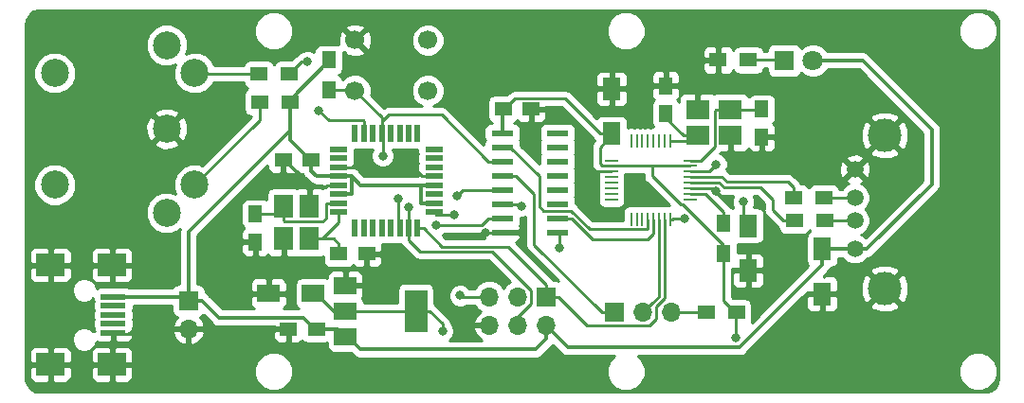
<source format=gbr>
%TF.GenerationSoftware,KiCad,Pcbnew,(5.0.0)*%
%TF.CreationDate,2018-10-21T12:48:55-07:00*%
%TF.ProjectId,USB_Host_Midi_Adapter,5553425F486F73745F4D6964695F4164,rev?*%
%TF.SameCoordinates,Original*%
%TF.FileFunction,Copper,L1,Top,Signal*%
%TF.FilePolarity,Positive*%
%FSLAX46Y46*%
G04 Gerber Fmt 4.6, Leading zero omitted, Abs format (unit mm)*
G04 Created by KiCad (PCBNEW (5.0.0)) date 10/21/18 12:48:55*
%MOMM*%
%LPD*%
G01*
G04 APERTURE LIST*
%ADD10R,1.500000X1.250000*%
%ADD11R,2.000000X1.600000*%
%ADD12R,1.600000X2.000000*%
%ADD13R,1.250000X1.500000*%
%ADD14C,2.500000*%
%ADD15C,3.000000*%
%ADD16C,1.500000*%
%ADD17R,2.500000X2.000000*%
%ADD18R,2.300000X0.500000*%
%ADD19O,1.700000X1.700000*%
%ADD20R,1.700000X1.700000*%
%ADD21R,1.500000X1.300000*%
%ADD22R,1.300000X1.500000*%
%ADD23C,1.700000*%
%ADD24R,0.550000X1.600000*%
%ADD25R,1.600000X0.550000*%
%ADD26R,2.000000X1.500000*%
%ADD27R,2.000000X3.800000*%
%ADD28R,1.143000X0.254000*%
%ADD29R,0.254000X1.143000*%
%ADD30R,1.981200X0.558800*%
%ADD31C,1.800000*%
%ADD32R,1.800000X1.800000*%
%ADD33R,2.100000X1.800000*%
%ADD34R,1.800000X2.100000*%
%ADD35C,0.800000*%
%ADD36C,0.250000*%
%ADD37C,0.350000*%
%ADD38C,0.254000*%
G04 APERTURE END LIST*
D10*
X155150500Y-85217000D03*
X157650500Y-85217000D03*
X158095000Y-100330000D03*
X155595000Y-100330000D03*
D11*
X153829000Y-97155000D03*
X157829000Y-97155000D03*
D12*
X184467500Y-82835500D03*
X184467500Y-78835500D03*
X203263500Y-97186500D03*
X203263500Y-93186500D03*
D13*
X189293500Y-78569500D03*
X189293500Y-81069500D03*
X197866000Y-83165000D03*
X197866000Y-80665000D03*
D12*
X196659500Y-95091000D03*
X196659500Y-91091000D03*
D10*
X177272000Y-80645000D03*
X174772000Y-80645000D03*
X160103500Y-93599000D03*
X162603500Y-93599000D03*
D13*
X152654000Y-92537600D03*
X152654000Y-90037600D03*
D14*
X144732000Y-74923000D03*
X147232000Y-87423000D03*
X144732000Y-82423000D03*
X144732000Y-89923000D03*
X147232000Y-77423000D03*
X134732000Y-87423000D03*
X134732000Y-77423000D03*
D15*
X208854500Y-96714500D03*
X208854500Y-82994500D03*
D16*
X206184500Y-93154500D03*
X206184500Y-90614500D03*
X206184500Y-88584500D03*
X206184500Y-86044500D03*
D17*
X134360000Y-103510000D03*
X139860000Y-103510000D03*
X134360000Y-94610000D03*
X139860000Y-94610000D03*
D18*
X139960000Y-100660000D03*
X139960000Y-99860000D03*
X139960000Y-99060000D03*
X139960000Y-98260000D03*
X139960000Y-97460000D03*
D19*
X173545500Y-100012500D03*
X173545500Y-97472500D03*
X176085500Y-100012500D03*
X176085500Y-97472500D03*
X178625500Y-100012500D03*
D20*
X178625500Y-97472500D03*
D19*
X189801500Y-98869500D03*
X187261500Y-98869500D03*
D20*
X184721500Y-98869500D03*
D19*
X146685000Y-100330000D03*
D20*
X146685000Y-97790000D03*
D21*
X203407000Y-88582500D03*
X200707000Y-88582500D03*
X200770500Y-90614500D03*
X203470500Y-90614500D03*
D22*
X159194500Y-78947000D03*
X159194500Y-76247000D03*
X194437000Y-90852000D03*
X194437000Y-93552000D03*
D21*
X153018500Y-80010000D03*
X155718500Y-80010000D03*
X152955000Y-77533500D03*
X155655000Y-77533500D03*
X192896500Y-98869500D03*
X195596500Y-98869500D03*
D23*
X161544000Y-74485500D03*
X168044000Y-74485500D03*
X161544000Y-78985500D03*
X168044000Y-78985500D03*
D24*
X161538000Y-82808500D03*
X162338000Y-82808500D03*
X163138000Y-82808500D03*
X163938000Y-82808500D03*
X164738000Y-82808500D03*
X165538000Y-82808500D03*
X166338000Y-82808500D03*
X167138000Y-82808500D03*
D25*
X168588000Y-84258500D03*
X168588000Y-85058500D03*
X168588000Y-85858500D03*
X168588000Y-86658500D03*
X168588000Y-87458500D03*
X168588000Y-88258500D03*
X168588000Y-89058500D03*
X168588000Y-89858500D03*
D24*
X167138000Y-91308500D03*
X166338000Y-91308500D03*
X165538000Y-91308500D03*
X164738000Y-91308500D03*
X163938000Y-91308500D03*
X163138000Y-91308500D03*
X162338000Y-91308500D03*
X161538000Y-91308500D03*
D25*
X160088000Y-89858500D03*
X160088000Y-89058500D03*
X160088000Y-88258500D03*
X160088000Y-87458500D03*
X160088000Y-86658500D03*
X160088000Y-85858500D03*
X160088000Y-85058500D03*
X160088000Y-84258500D03*
D26*
X160680000Y-96442500D03*
X160680000Y-101042500D03*
X160680000Y-98742500D03*
D27*
X166980000Y-98742500D03*
D28*
X184460000Y-85245000D03*
X184460000Y-85745000D03*
X184460000Y-86245000D03*
X184460000Y-86745000D03*
X184460000Y-87245000D03*
X184460000Y-87745000D03*
X184460000Y-88245000D03*
X184460000Y-88745000D03*
D29*
X186210000Y-90495000D03*
X186710000Y-90495000D03*
X187210000Y-90495000D03*
X187710000Y-90495000D03*
X188210000Y-90495000D03*
X188710000Y-90495000D03*
X189210000Y-90495000D03*
X189710000Y-90495000D03*
D28*
X191460000Y-88745000D03*
X191460000Y-88245000D03*
X191460000Y-87745000D03*
X191460000Y-87245000D03*
X191460000Y-86745000D03*
X191460000Y-86245000D03*
X191460000Y-85745000D03*
X191460000Y-85245000D03*
D29*
X189710000Y-83495000D03*
X189210000Y-83495000D03*
X188710000Y-83495000D03*
X188210000Y-83495000D03*
X187710000Y-83495000D03*
X187210000Y-83495000D03*
X186710000Y-83495000D03*
X186210000Y-83495000D03*
D30*
X174701200Y-82804000D03*
X174701200Y-84074000D03*
X174701200Y-85344000D03*
X174701200Y-86614000D03*
X174701200Y-87884000D03*
X174701200Y-89154000D03*
X174701200Y-90424000D03*
X174701200Y-91694000D03*
X179628800Y-91694000D03*
X179628800Y-90424000D03*
X179628800Y-89154000D03*
X179628800Y-87884000D03*
X179628800Y-86614000D03*
X179628800Y-85344000D03*
X179628800Y-84074000D03*
X179628800Y-82804000D03*
D31*
X202444501Y-76300001D03*
D32*
X199904501Y-76300001D03*
D21*
X193976000Y-76263500D03*
X196676000Y-76263500D03*
D33*
X192161500Y-80701500D03*
X195061500Y-80701500D03*
X195061500Y-83001500D03*
X192161500Y-83001500D03*
D34*
X157487000Y-92255000D03*
X157487000Y-89355000D03*
X155187000Y-89355000D03*
X155187000Y-92255000D03*
D35*
X162052000Y-85725000D03*
X166370000Y-86042500D03*
X173228000Y-91757500D03*
X182499000Y-86296500D03*
X193797347Y-88015653D03*
X199263000Y-93662500D03*
X169354500Y-100520500D03*
X195516500Y-101155500D03*
X193802000Y-85598000D03*
X196215000Y-88963500D03*
X168783000Y-91059000D03*
X166306500Y-89471500D03*
X179832000Y-93091000D03*
X170434000Y-90106500D03*
X170942000Y-97345500D03*
X164020500Y-84836000D03*
X158305500Y-80772000D03*
X157289500Y-76390500D03*
X170624500Y-88392000D03*
X165417500Y-88709500D03*
X176403000Y-89344500D03*
X190944500Y-90424000D03*
D36*
X159038000Y-87458500D02*
X158866500Y-87630000D01*
X160088000Y-87458500D02*
X159038000Y-87458500D01*
X155275500Y-85217000D02*
X155150500Y-85217000D01*
X157688500Y-87630000D02*
X155275500Y-85217000D01*
X158866500Y-87630000D02*
X157688500Y-87630000D01*
X160088000Y-85858500D02*
X161918500Y-85858500D01*
X161918500Y-85858500D02*
X162052000Y-85725000D01*
X167538000Y-86658500D02*
X166922000Y-86042500D01*
X168588000Y-86658500D02*
X167538000Y-86658500D01*
X166922000Y-86042500D02*
X166370000Y-86042500D01*
X174701200Y-91694000D02*
X173291500Y-91694000D01*
X173291500Y-91694000D02*
X173228000Y-91757500D01*
X184460000Y-86245000D02*
X182550500Y-86245000D01*
X182550500Y-86245000D02*
X182499000Y-86296500D01*
X191460000Y-87745000D02*
X193526694Y-87745000D01*
X193526694Y-87745000D02*
X193797347Y-88015653D01*
X196659500Y-95091000D02*
X197834500Y-95091000D01*
X197834500Y-95091000D02*
X199263000Y-93662500D01*
D37*
X146355000Y-97460000D02*
X146685000Y-97790000D01*
X139960000Y-97460000D02*
X146355000Y-97460000D01*
X159967500Y-100330000D02*
X160680000Y-101042500D01*
X158095000Y-100330000D02*
X159967500Y-100330000D01*
X158938000Y-86658500D02*
X160088000Y-86658500D01*
X158117000Y-86658500D02*
X158938000Y-86658500D01*
X157650500Y-86192000D02*
X158117000Y-86658500D01*
X157650500Y-85217000D02*
X157650500Y-86192000D01*
X161238000Y-88258500D02*
X160088000Y-88258500D01*
X161263001Y-88233499D02*
X161238000Y-88258500D01*
X161263001Y-86683501D02*
X161263001Y-88233499D01*
X161238000Y-86658500D02*
X161263001Y-86683501D01*
X160088000Y-86658500D02*
X161238000Y-86658500D01*
X162038000Y-87458500D02*
X168588000Y-87458500D01*
X161238000Y-86658500D02*
X162038000Y-87458500D01*
X167438000Y-87458500D02*
X168588000Y-87458500D01*
X167412999Y-87483501D02*
X167438000Y-87458500D01*
X167412999Y-89033499D02*
X167412999Y-87483501D01*
X167438000Y-89058500D02*
X167412999Y-89033499D01*
X168588000Y-89058500D02*
X167438000Y-89058500D01*
X155718500Y-79823000D02*
X155718500Y-80010000D01*
X159194500Y-76347000D02*
X155718500Y-79823000D01*
X159194500Y-76247000D02*
X159194500Y-76347000D01*
X160930000Y-101042500D02*
X160680000Y-101042500D01*
X162030000Y-102142500D02*
X160930000Y-101042500D01*
X177697581Y-102142500D02*
X162030000Y-102142500D01*
X178625500Y-101214581D02*
X177697581Y-102142500D01*
X178625500Y-100012500D02*
X178625500Y-101214581D01*
X157525500Y-85217000D02*
X157650500Y-85217000D01*
X155718500Y-83410000D02*
X157525500Y-85217000D01*
X155718500Y-80010000D02*
X155718500Y-83410000D01*
X157970000Y-100330000D02*
X158095000Y-100330000D01*
X156969999Y-99329999D02*
X157970000Y-100330000D01*
X149424999Y-99329999D02*
X156969999Y-99329999D01*
X147885000Y-97790000D02*
X149424999Y-99329999D01*
X146685000Y-97790000D02*
X147885000Y-97790000D01*
X155718500Y-81010000D02*
X155718500Y-80010000D01*
X155718500Y-82598998D02*
X155718500Y-81010000D01*
X146685000Y-91632498D02*
X155718500Y-82598998D01*
X146685000Y-97790000D02*
X146685000Y-91632498D01*
X179475499Y-100862499D02*
X178625500Y-100012500D01*
X180543501Y-101930501D02*
X179475499Y-100862499D01*
X195888501Y-101930501D02*
X180543501Y-101930501D01*
X203263500Y-94555502D02*
X195888501Y-101930501D01*
X203263500Y-93186500D02*
X203263500Y-94555502D01*
X206152500Y-93186500D02*
X206184500Y-93154500D01*
X203263500Y-93186500D02*
X206152500Y-93186500D01*
X207245160Y-93154500D02*
X213042500Y-87357160D01*
X206184500Y-93154500D02*
X207245160Y-93154500D01*
X213042500Y-87357160D02*
X213042500Y-82486500D01*
X206856001Y-76300001D02*
X202444501Y-76300001D01*
X213042500Y-82486500D02*
X206856001Y-76300001D01*
X159616500Y-98742500D02*
X160680000Y-98742500D01*
X158029000Y-97155000D02*
X159616500Y-98742500D01*
X157829000Y-97155000D02*
X158029000Y-97155000D01*
X174701200Y-80715800D02*
X174772000Y-80645000D01*
X174701200Y-82804000D02*
X174701200Y-80715800D01*
D36*
X184467500Y-83035500D02*
X184467500Y-82835500D01*
X183417500Y-84085500D02*
X184467500Y-83035500D01*
X183417500Y-85524000D02*
X183417500Y-84085500D01*
X183638500Y-85745000D02*
X183417500Y-85524000D01*
X184460000Y-85745000D02*
X183638500Y-85745000D01*
X174897000Y-80645000D02*
X174772000Y-80645000D01*
X175847001Y-79694999D02*
X174897000Y-80645000D01*
X180276999Y-79694999D02*
X175847001Y-79694999D01*
X183417500Y-82835500D02*
X180276999Y-79694999D01*
X184467500Y-82835500D02*
X183417500Y-82835500D01*
X195496500Y-98869500D02*
X195596500Y-98869500D01*
X194437000Y-97810000D02*
X195496500Y-98869500D01*
X194437000Y-93552000D02*
X194437000Y-97810000D01*
X169354500Y-99867000D02*
X169354500Y-100520500D01*
X166980000Y-98742500D02*
X168230000Y-98742500D01*
X168230000Y-98742500D02*
X169354500Y-99867000D01*
X195516500Y-98949500D02*
X195596500Y-98869500D01*
X195516500Y-101155500D02*
X195516500Y-98949500D01*
X191460000Y-85745000D02*
X190638500Y-85745000D01*
X161930000Y-98742500D02*
X166980000Y-98742500D01*
X160680000Y-98742500D02*
X161930000Y-98742500D01*
X188087000Y-86655502D02*
X188087000Y-85745000D01*
X190628499Y-89197001D02*
X188087000Y-86655502D01*
X190790503Y-89197001D02*
X190628499Y-89197001D01*
X194437000Y-92843498D02*
X190790503Y-89197001D01*
X194437000Y-93552000D02*
X194437000Y-92843498D01*
X188087000Y-85745000D02*
X184460000Y-85745000D01*
X190638500Y-85745000D02*
X188087000Y-85745000D01*
X191668000Y-83495000D02*
X192161500Y-83001500D01*
X189710000Y-83495000D02*
X191668000Y-83495000D01*
X190861500Y-83001500D02*
X192161500Y-83001500D01*
X189293500Y-81433500D02*
X190861500Y-83001500D01*
X189293500Y-81069500D02*
X189293500Y-81433500D01*
X193761500Y-80701500D02*
X195061500Y-80701500D01*
X193686499Y-80776501D02*
X193761500Y-80701500D01*
X193686499Y-84011503D02*
X193686499Y-80776501D01*
X192453002Y-85245000D02*
X193686499Y-84011503D01*
X191460000Y-85245000D02*
X192453002Y-85245000D01*
X197829500Y-80701500D02*
X197866000Y-80665000D01*
X195061500Y-80701500D02*
X197829500Y-80701500D01*
X191460000Y-86245000D02*
X193155000Y-86245000D01*
X193155000Y-86245000D02*
X193802000Y-85598000D01*
X196215000Y-90646500D02*
X196659500Y-91091000D01*
X196215000Y-88963500D02*
X196215000Y-90646500D01*
X160013000Y-89858500D02*
X160088000Y-89858500D01*
X160088000Y-90383500D02*
X160088000Y-89858500D01*
X160088000Y-90804000D02*
X160088000Y-90383500D01*
X158637000Y-92255000D02*
X160088000Y-90804000D01*
X157487000Y-92255000D02*
X158637000Y-92255000D01*
X160103500Y-92724000D02*
X160103500Y-93599000D01*
X159634500Y-92255000D02*
X160103500Y-92724000D01*
X157487000Y-92255000D02*
X159634500Y-92255000D01*
X159038000Y-89058500D02*
X160088000Y-89058500D01*
X158962999Y-89133501D02*
X159038000Y-89058500D01*
X158647001Y-90730001D02*
X158962999Y-90414003D01*
X158962999Y-90414003D02*
X158962999Y-89133501D01*
X155262001Y-90730001D02*
X158647001Y-90730001D01*
X155187000Y-90655000D02*
X155262001Y-90730001D01*
X155187000Y-89355000D02*
X155187000Y-90655000D01*
X154504400Y-90037600D02*
X155187000Y-89355000D01*
X152654000Y-90037600D02*
X154504400Y-90037600D01*
X153018500Y-81636500D02*
X147232000Y-87423000D01*
X153018500Y-80010000D02*
X153018500Y-81636500D01*
X147342500Y-77533500D02*
X147232000Y-77423000D01*
X152955000Y-77533500D02*
X147342500Y-77533500D01*
X204470500Y-90614500D02*
X206184500Y-90614500D01*
X203470500Y-90614500D02*
X204470500Y-90614500D01*
X206182500Y-88582500D02*
X206184500Y-88584500D01*
X203407000Y-88582500D02*
X206182500Y-88582500D01*
X166338000Y-92358500D02*
X166338000Y-91308500D01*
X173766012Y-93414010D02*
X167393510Y-93414010D01*
X177260501Y-98036501D02*
X177260501Y-96908499D01*
X177260501Y-96908499D02*
X173766012Y-93414010D01*
X176085500Y-99211502D02*
X177260501Y-98036501D01*
X167393510Y-93414010D02*
X166338000Y-92358500D01*
X176085500Y-100012500D02*
X176085500Y-99211502D01*
X170524001Y-91059000D02*
X168783000Y-91059000D01*
X172825600Y-91059000D02*
X170524001Y-91059000D01*
X174701200Y-90424000D02*
X173460600Y-90424000D01*
X173460600Y-90424000D02*
X172825600Y-91059000D01*
X166306500Y-91277000D02*
X166338000Y-91308500D01*
X166306500Y-89471500D02*
X166306500Y-91277000D01*
X179832000Y-91897200D02*
X179628800Y-91694000D01*
X179832000Y-93091000D02*
X179832000Y-91897200D01*
X168836000Y-90106500D02*
X168588000Y-89858500D01*
X170434000Y-90106500D02*
X168836000Y-90106500D01*
X179725500Y-97472500D02*
X178625500Y-97472500D01*
X182297501Y-100044501D02*
X179725500Y-97472500D01*
X187825501Y-100044501D02*
X182297501Y-100044501D01*
X188436501Y-98330909D02*
X188436501Y-99433501D01*
X188436501Y-99433501D02*
X187825501Y-100044501D01*
X189210000Y-97557410D02*
X188436501Y-98330909D01*
X189210000Y-90495000D02*
X189210000Y-97557410D01*
X178625500Y-96372500D02*
X175217000Y-92964000D01*
X178625500Y-97472500D02*
X178625500Y-96372500D01*
X167663000Y-91308500D02*
X167138000Y-91308500D01*
X169318500Y-92964000D02*
X167663000Y-91308500D01*
X175217000Y-92964000D02*
X169318500Y-92964000D01*
X191003581Y-98869500D02*
X192896500Y-98869500D01*
X189801500Y-98869500D02*
X191003581Y-98869500D01*
X188111499Y-98019501D02*
X187261500Y-98869500D01*
X188660010Y-97470990D02*
X188111499Y-98019501D01*
X188660010Y-91366490D02*
X188660010Y-97470990D01*
X188710000Y-91316500D02*
X188660010Y-91366490D01*
X188710000Y-90495000D02*
X188710000Y-91316500D01*
X183621500Y-98869500D02*
X184721500Y-98869500D01*
X177540490Y-92788490D02*
X183621500Y-98869500D01*
X177540490Y-88212690D02*
X177540490Y-92788490D01*
X175941800Y-86614000D02*
X177540490Y-88212690D01*
X174701200Y-86614000D02*
X175941800Y-86614000D01*
X191507999Y-86697001D02*
X191462001Y-86742999D01*
X200707000Y-87682500D02*
X200210000Y-87185500D01*
X200707000Y-88582500D02*
X200707000Y-87682500D01*
X200210000Y-87185500D02*
X194754500Y-87185500D01*
X194266001Y-86697001D02*
X191507999Y-86697001D01*
X194754500Y-87185500D02*
X194266001Y-86697001D01*
X199770500Y-90614500D02*
X198818500Y-89662500D01*
X200770500Y-90614500D02*
X199770500Y-90614500D01*
X198818500Y-89662500D02*
X198818500Y-88773000D01*
X198818500Y-88773000D02*
X197739000Y-87693500D01*
X194500500Y-87693500D02*
X194004011Y-87197011D01*
X197739000Y-87693500D02*
X194500500Y-87693500D01*
X192331501Y-87247001D02*
X191460000Y-87247001D01*
X192381491Y-87197011D02*
X192331501Y-87247001D01*
X194004011Y-87197011D02*
X192381491Y-87197011D01*
X163938000Y-81379500D02*
X163938000Y-82808500D01*
X161544000Y-78985500D02*
X163938000Y-81379500D01*
X161505500Y-78947000D02*
X161544000Y-78985500D01*
X159194500Y-78947000D02*
X161505500Y-78947000D01*
X173460600Y-85344000D02*
X169269600Y-81153000D01*
X174701200Y-85344000D02*
X173460600Y-85344000D01*
X163938000Y-81758500D02*
X163938000Y-82808500D01*
X164543500Y-81153000D02*
X163938000Y-81758500D01*
X169269600Y-81153000D02*
X164543500Y-81153000D01*
X173545500Y-97472500D02*
X171069000Y-97472500D01*
X171069000Y-97472500D02*
X170942000Y-97345500D01*
X164020500Y-82891000D02*
X163938000Y-82808500D01*
X164020500Y-84836000D02*
X164020500Y-82891000D01*
X194437000Y-89852000D02*
X194437000Y-90852000D01*
X192830000Y-88245000D02*
X194437000Y-89852000D01*
X191460000Y-88245000D02*
X192830000Y-88245000D01*
X162338000Y-81758500D02*
X162338000Y-82808500D01*
X162262999Y-81683499D02*
X162338000Y-81758500D01*
X155655000Y-77533500D02*
X155555000Y-77533500D01*
X162262999Y-81683499D02*
X159216999Y-81683499D01*
X159216999Y-81683499D02*
X158305500Y-80772000D01*
X156798000Y-76390500D02*
X155655000Y-77533500D01*
X157289500Y-76390500D02*
X156798000Y-76390500D01*
X174701200Y-87884000D02*
X171132500Y-87884000D01*
X171132500Y-87884000D02*
X170624500Y-88392000D01*
X165417500Y-91188000D02*
X165538000Y-91308500D01*
X165417500Y-88709500D02*
X165417500Y-91188000D01*
X178378199Y-89758401D02*
X177990500Y-89370702D01*
X180840211Y-89758401D02*
X178378199Y-89758401D01*
X182473311Y-91391501D02*
X180840211Y-89758401D01*
X187634999Y-91391501D02*
X182473311Y-91391501D01*
X187710000Y-90495000D02*
X187710000Y-91316500D01*
X187710000Y-91316500D02*
X187634999Y-91391501D01*
X175412400Y-84074000D02*
X174701200Y-84074000D01*
X177990500Y-86652100D02*
X175412400Y-84074000D01*
X177990500Y-89370702D02*
X177990500Y-86652100D01*
X180869400Y-90424000D02*
X182774400Y-92329000D01*
X179628800Y-90424000D02*
X180869400Y-90424000D01*
X188210000Y-91316500D02*
X188210000Y-90495000D01*
X188210000Y-91761500D02*
X188210000Y-91316500D01*
X187642500Y-92329000D02*
X188210000Y-91761500D01*
X182774400Y-92329000D02*
X187642500Y-92329000D01*
X174701200Y-89154000D02*
X176212500Y-89154000D01*
X176212500Y-89154000D02*
X176403000Y-89344500D01*
X190944500Y-90424000D02*
X189928500Y-90424000D01*
X189857500Y-90495000D02*
X189710000Y-90495000D01*
X189928500Y-90424000D02*
X189857500Y-90495000D01*
X199868000Y-76263500D02*
X199904501Y-76300001D01*
X196676000Y-76263500D02*
X199868000Y-76263500D01*
D38*
G36*
X218138364Y-71884985D02*
X218444928Y-72024372D01*
X218700050Y-72244199D01*
X218883218Y-72526792D01*
X218986743Y-72872959D01*
X219000001Y-73051363D01*
X219000000Y-104724420D01*
X218945015Y-105108364D01*
X218805628Y-105414928D01*
X218585804Y-105670047D01*
X218303207Y-105853218D01*
X217957043Y-105956743D01*
X217778649Y-105970000D01*
X133400580Y-105970000D01*
X133016636Y-105915015D01*
X132710072Y-105775628D01*
X132454953Y-105555804D01*
X132271782Y-105273207D01*
X132168257Y-104927043D01*
X132155000Y-104748649D01*
X132155000Y-103795750D01*
X132475000Y-103795750D01*
X132475000Y-104636310D01*
X132571673Y-104869699D01*
X132750302Y-105048327D01*
X132983691Y-105145000D01*
X134074250Y-105145000D01*
X134233000Y-104986250D01*
X134233000Y-103637000D01*
X134487000Y-103637000D01*
X134487000Y-104986250D01*
X134645750Y-105145000D01*
X135736309Y-105145000D01*
X135969698Y-105048327D01*
X136148327Y-104869699D01*
X136245000Y-104636310D01*
X136245000Y-103795750D01*
X137975000Y-103795750D01*
X137975000Y-104636310D01*
X138071673Y-104869699D01*
X138250302Y-105048327D01*
X138483691Y-105145000D01*
X139574250Y-105145000D01*
X139733000Y-104986250D01*
X139733000Y-103637000D01*
X139987000Y-103637000D01*
X139987000Y-104986250D01*
X140145750Y-105145000D01*
X141236309Y-105145000D01*
X141469698Y-105048327D01*
X141648327Y-104869699D01*
X141745000Y-104636310D01*
X141745000Y-103795750D01*
X141744137Y-103794887D01*
X152570000Y-103794887D01*
X152570000Y-104485113D01*
X152834138Y-105122799D01*
X153322201Y-105610862D01*
X153959887Y-105875000D01*
X154650113Y-105875000D01*
X155287799Y-105610862D01*
X155775862Y-105122799D01*
X156040000Y-104485113D01*
X156040000Y-103794887D01*
X155775862Y-103157201D01*
X155287799Y-102669138D01*
X154650113Y-102405000D01*
X153959887Y-102405000D01*
X153322201Y-102669138D01*
X152834138Y-103157201D01*
X152570000Y-103794887D01*
X141744137Y-103794887D01*
X141586250Y-103637000D01*
X139987000Y-103637000D01*
X139733000Y-103637000D01*
X138133750Y-103637000D01*
X137975000Y-103795750D01*
X136245000Y-103795750D01*
X136086250Y-103637000D01*
X134487000Y-103637000D01*
X134233000Y-103637000D01*
X132633750Y-103637000D01*
X132475000Y-103795750D01*
X132155000Y-103795750D01*
X132155000Y-102383690D01*
X132475000Y-102383690D01*
X132475000Y-103224250D01*
X132633750Y-103383000D01*
X134233000Y-103383000D01*
X134233000Y-102033750D01*
X134487000Y-102033750D01*
X134487000Y-103383000D01*
X136086250Y-103383000D01*
X136245000Y-103224250D01*
X136245000Y-102383690D01*
X137975000Y-102383690D01*
X137975000Y-103224250D01*
X138133750Y-103383000D01*
X139733000Y-103383000D01*
X139733000Y-102033750D01*
X139987000Y-102033750D01*
X139987000Y-103383000D01*
X141586250Y-103383000D01*
X141745000Y-103224250D01*
X141745000Y-102383690D01*
X141648327Y-102150301D01*
X141469698Y-101971673D01*
X141236309Y-101875000D01*
X140145750Y-101875000D01*
X139987000Y-102033750D01*
X139733000Y-102033750D01*
X139574250Y-101875000D01*
X138483691Y-101875000D01*
X138250302Y-101971673D01*
X138071673Y-102150301D01*
X137975000Y-102383690D01*
X136245000Y-102383690D01*
X136148327Y-102150301D01*
X135969698Y-101971673D01*
X135736309Y-101875000D01*
X134645750Y-101875000D01*
X134487000Y-102033750D01*
X134233000Y-102033750D01*
X134074250Y-101875000D01*
X132983691Y-101875000D01*
X132750302Y-101971673D01*
X132571673Y-102150301D01*
X132475000Y-102383690D01*
X132155000Y-102383690D01*
X132155000Y-96644180D01*
X136275000Y-96644180D01*
X136275000Y-97075820D01*
X136440182Y-97474603D01*
X136745397Y-97779818D01*
X137144180Y-97945000D01*
X137575820Y-97945000D01*
X137974603Y-97779818D01*
X138162560Y-97591861D01*
X138162560Y-97710000D01*
X138192397Y-97860000D01*
X138162560Y-98010000D01*
X138162560Y-98510000D01*
X138192397Y-98660000D01*
X138162560Y-98810000D01*
X138162560Y-99310000D01*
X138192397Y-99460000D01*
X138162560Y-99610000D01*
X138162560Y-100110000D01*
X138189936Y-100247631D01*
X138175000Y-100283690D01*
X138175000Y-100376250D01*
X138323258Y-100524508D01*
X138328931Y-100532998D01*
X138175000Y-100532998D01*
X138175000Y-100540579D01*
X137974603Y-100340182D01*
X137575820Y-100175000D01*
X137144180Y-100175000D01*
X136745397Y-100340182D01*
X136440182Y-100645397D01*
X136275000Y-101044180D01*
X136275000Y-101475820D01*
X136440182Y-101874603D01*
X136745397Y-102179818D01*
X137144180Y-102345000D01*
X137575820Y-102345000D01*
X137974603Y-102179818D01*
X138279818Y-101874603D01*
X138445000Y-101475820D01*
X138445000Y-101443025D01*
X138450302Y-101448327D01*
X138683691Y-101545000D01*
X139674250Y-101545000D01*
X139833000Y-101386250D01*
X139833000Y-100785000D01*
X140087000Y-100785000D01*
X140087000Y-101386250D01*
X140245750Y-101545000D01*
X141236309Y-101545000D01*
X141469698Y-101448327D01*
X141648327Y-101269699D01*
X141745000Y-101036310D01*
X141745000Y-100943750D01*
X141586250Y-100785000D01*
X140087000Y-100785000D01*
X139833000Y-100785000D01*
X139813000Y-100785000D01*
X139813000Y-100757440D01*
X141110000Y-100757440D01*
X141357765Y-100708157D01*
X141389593Y-100686890D01*
X145243524Y-100686890D01*
X145413355Y-101096924D01*
X145803642Y-101525183D01*
X146328108Y-101771486D01*
X146558000Y-101650819D01*
X146558000Y-100457000D01*
X146812000Y-100457000D01*
X146812000Y-101650819D01*
X147041892Y-101771486D01*
X147566358Y-101525183D01*
X147956645Y-101096924D01*
X148126476Y-100686890D01*
X148088933Y-100615750D01*
X154210000Y-100615750D01*
X154210000Y-101081310D01*
X154306673Y-101314699D01*
X154485302Y-101493327D01*
X154718691Y-101590000D01*
X155309250Y-101590000D01*
X155468000Y-101431250D01*
X155468000Y-100457000D01*
X154368750Y-100457000D01*
X154210000Y-100615750D01*
X148088933Y-100615750D01*
X148005155Y-100457000D01*
X146812000Y-100457000D01*
X146558000Y-100457000D01*
X145364845Y-100457000D01*
X145243524Y-100686890D01*
X141389593Y-100686890D01*
X141567809Y-100567809D01*
X141596742Y-100524508D01*
X141745000Y-100376250D01*
X141745000Y-100283690D01*
X141730064Y-100247631D01*
X141757440Y-100110000D01*
X141757440Y-99610000D01*
X141727603Y-99460000D01*
X141757440Y-99310000D01*
X141757440Y-98810000D01*
X141727603Y-98660000D01*
X141757440Y-98510000D01*
X141757440Y-98270000D01*
X145187560Y-98270000D01*
X145187560Y-98640000D01*
X145236843Y-98887765D01*
X145377191Y-99097809D01*
X145587235Y-99238157D01*
X145690708Y-99258739D01*
X145413355Y-99563076D01*
X145243524Y-99973110D01*
X145364845Y-100203000D01*
X146558000Y-100203000D01*
X146558000Y-100183000D01*
X146812000Y-100183000D01*
X146812000Y-100203000D01*
X148005155Y-100203000D01*
X148126476Y-99973110D01*
X147956645Y-99563076D01*
X147679292Y-99258739D01*
X147782765Y-99238157D01*
X147992809Y-99097809D01*
X148014634Y-99065146D01*
X148795833Y-99846346D01*
X148841022Y-99913976D01*
X149108953Y-100093002D01*
X149345225Y-100139999D01*
X149345229Y-100139999D01*
X149424998Y-100155866D01*
X149504767Y-100139999D01*
X154305749Y-100139999D01*
X154368750Y-100203000D01*
X155468000Y-100203000D01*
X155468000Y-100183000D01*
X155722000Y-100183000D01*
X155722000Y-100203000D01*
X155742000Y-100203000D01*
X155742000Y-100457000D01*
X155722000Y-100457000D01*
X155722000Y-101431250D01*
X155880750Y-101590000D01*
X156471309Y-101590000D01*
X156704698Y-101493327D01*
X156846346Y-101351680D01*
X156887191Y-101412809D01*
X157097235Y-101553157D01*
X157345000Y-101602440D01*
X158845000Y-101602440D01*
X159032560Y-101565132D01*
X159032560Y-101792500D01*
X159081843Y-102040265D01*
X159222191Y-102250309D01*
X159432235Y-102390657D01*
X159680000Y-102439940D01*
X161181927Y-102439940D01*
X161400834Y-102658847D01*
X161446023Y-102726477D01*
X161713954Y-102905503D01*
X161950226Y-102952500D01*
X161950227Y-102952500D01*
X162030000Y-102968368D01*
X162109773Y-102952500D01*
X177617808Y-102952500D01*
X177697581Y-102968368D01*
X177777354Y-102952500D01*
X177777355Y-102952500D01*
X178013627Y-102905503D01*
X178281558Y-102726477D01*
X178326749Y-102658844D01*
X179141847Y-101843747D01*
X179209477Y-101798558D01*
X179232135Y-101764648D01*
X179914335Y-102446848D01*
X179959524Y-102514478D01*
X180227455Y-102693504D01*
X180463727Y-102740501D01*
X180463728Y-102740501D01*
X180543501Y-102756369D01*
X180623274Y-102740501D01*
X184683838Y-102740501D01*
X184267138Y-103157201D01*
X184003000Y-103794887D01*
X184003000Y-104485113D01*
X184267138Y-105122799D01*
X184755201Y-105610862D01*
X185392887Y-105875000D01*
X186083113Y-105875000D01*
X186720799Y-105610862D01*
X187208862Y-105122799D01*
X187473000Y-104485113D01*
X187473000Y-103794887D01*
X215435000Y-103794887D01*
X215435000Y-104485113D01*
X215699138Y-105122799D01*
X216187201Y-105610862D01*
X216824887Y-105875000D01*
X217515113Y-105875000D01*
X218152799Y-105610862D01*
X218640862Y-105122799D01*
X218905000Y-104485113D01*
X218905000Y-103794887D01*
X218640862Y-103157201D01*
X218152799Y-102669138D01*
X217515113Y-102405000D01*
X216824887Y-102405000D01*
X216187201Y-102669138D01*
X215699138Y-103157201D01*
X215435000Y-103794887D01*
X187473000Y-103794887D01*
X187208862Y-103157201D01*
X186792162Y-102740501D01*
X195808728Y-102740501D01*
X195888501Y-102756369D01*
X195968274Y-102740501D01*
X195968275Y-102740501D01*
X196204547Y-102693504D01*
X196472478Y-102514478D01*
X196517669Y-102446845D01*
X201492264Y-97472250D01*
X201828500Y-97472250D01*
X201828500Y-98312809D01*
X201925173Y-98546198D01*
X202103801Y-98724827D01*
X202337190Y-98821500D01*
X202977750Y-98821500D01*
X203136500Y-98662750D01*
X203136500Y-97313500D01*
X203390500Y-97313500D01*
X203390500Y-98662750D01*
X203549250Y-98821500D01*
X204189810Y-98821500D01*
X204423199Y-98724827D01*
X204601827Y-98546198D01*
X204698500Y-98312809D01*
X204698500Y-98228470D01*
X207520135Y-98228470D01*
X207679918Y-98547239D01*
X208470687Y-98857223D01*
X209319887Y-98840997D01*
X210029082Y-98547239D01*
X210188865Y-98228470D01*
X208854500Y-96894105D01*
X207520135Y-98228470D01*
X204698500Y-98228470D01*
X204698500Y-97472250D01*
X204539750Y-97313500D01*
X203390500Y-97313500D01*
X203136500Y-97313500D01*
X201987250Y-97313500D01*
X201828500Y-97472250D01*
X201492264Y-97472250D01*
X201946132Y-97018382D01*
X201987250Y-97059500D01*
X203136500Y-97059500D01*
X203136500Y-97039500D01*
X203390500Y-97039500D01*
X203390500Y-97059500D01*
X204539750Y-97059500D01*
X204698500Y-96900750D01*
X204698500Y-96330687D01*
X206711777Y-96330687D01*
X206728003Y-97179887D01*
X207021761Y-97889082D01*
X207340530Y-98048865D01*
X208674895Y-96714500D01*
X209034105Y-96714500D01*
X210368470Y-98048865D01*
X210687239Y-97889082D01*
X210997223Y-97098313D01*
X210980997Y-96249113D01*
X210687239Y-95539918D01*
X210368470Y-95380135D01*
X209034105Y-96714500D01*
X208674895Y-96714500D01*
X207340530Y-95380135D01*
X207021761Y-95539918D01*
X206711777Y-96330687D01*
X204698500Y-96330687D01*
X204698500Y-96060191D01*
X204601827Y-95826802D01*
X204423199Y-95648173D01*
X204189810Y-95551500D01*
X203549250Y-95551500D01*
X203390502Y-95710248D01*
X203390502Y-95574013D01*
X203763985Y-95200530D01*
X207520135Y-95200530D01*
X208854500Y-96534895D01*
X210188865Y-95200530D01*
X210029082Y-94881761D01*
X209238313Y-94571777D01*
X208389113Y-94588003D01*
X207679918Y-94881761D01*
X207520135Y-95200530D01*
X203763985Y-95200530D01*
X203779847Y-95184668D01*
X203847477Y-95139479D01*
X203935173Y-95008232D01*
X204026503Y-94871549D01*
X204033984Y-94833940D01*
X204063500Y-94833940D01*
X204311265Y-94784657D01*
X204521309Y-94644309D01*
X204661657Y-94434265D01*
X204710940Y-94186500D01*
X204710940Y-93996500D01*
X205067813Y-93996500D01*
X205399960Y-94328647D01*
X205909006Y-94539500D01*
X206459994Y-94539500D01*
X206969040Y-94328647D01*
X207335236Y-93962451D01*
X207561206Y-93917503D01*
X207829137Y-93738477D01*
X207874328Y-93670844D01*
X213558848Y-87986325D01*
X213626477Y-87941137D01*
X213805503Y-87673206D01*
X213852500Y-87436934D01*
X213852500Y-87436933D01*
X213868368Y-87357160D01*
X213852500Y-87277387D01*
X213852500Y-82566274D01*
X213868368Y-82486500D01*
X213805503Y-82170453D01*
X213714068Y-82033612D01*
X213626477Y-81902523D01*
X213558847Y-81857334D01*
X207485169Y-75783657D01*
X207439978Y-75716024D01*
X207172047Y-75536998D01*
X206935775Y-75490001D01*
X206935774Y-75490001D01*
X206856001Y-75474133D01*
X206776228Y-75490001D01*
X203770460Y-75490001D01*
X203745811Y-75430494D01*
X203314008Y-74998691D01*
X202749831Y-74765001D01*
X202139171Y-74765001D01*
X201574994Y-74998691D01*
X201405776Y-75167909D01*
X201402658Y-75152236D01*
X201262310Y-74942192D01*
X201052266Y-74801844D01*
X200804501Y-74752561D01*
X199004501Y-74752561D01*
X198756736Y-74801844D01*
X198546692Y-74942192D01*
X198406344Y-75152236D01*
X198357061Y-75400001D01*
X198357061Y-75503500D01*
X198051560Y-75503500D01*
X198024157Y-75365735D01*
X197883809Y-75155691D01*
X197673765Y-75015343D01*
X197426000Y-74966060D01*
X195926000Y-74966060D01*
X195678235Y-75015343D01*
X195468191Y-75155691D01*
X195327843Y-75365735D01*
X195322279Y-75393709D01*
X195264327Y-75253801D01*
X195085698Y-75075173D01*
X194852309Y-74978500D01*
X194261750Y-74978500D01*
X194103000Y-75137250D01*
X194103000Y-76136500D01*
X194123000Y-76136500D01*
X194123000Y-76390500D01*
X194103000Y-76390500D01*
X194103000Y-77389750D01*
X194261750Y-77548500D01*
X194852309Y-77548500D01*
X195085698Y-77451827D01*
X195264327Y-77273199D01*
X195322279Y-77133291D01*
X195327843Y-77161265D01*
X195468191Y-77371309D01*
X195678235Y-77511657D01*
X195926000Y-77560940D01*
X197426000Y-77560940D01*
X197673765Y-77511657D01*
X197883809Y-77371309D01*
X198024157Y-77161265D01*
X198051560Y-77023500D01*
X198357061Y-77023500D01*
X198357061Y-77200001D01*
X198406344Y-77447766D01*
X198546692Y-77657810D01*
X198756736Y-77798158D01*
X199004501Y-77847441D01*
X200804501Y-77847441D01*
X201052266Y-77798158D01*
X201262310Y-77657810D01*
X201402658Y-77447766D01*
X201405776Y-77432093D01*
X201574994Y-77601311D01*
X202139171Y-77835001D01*
X202749831Y-77835001D01*
X203314008Y-77601311D01*
X203745811Y-77169508D01*
X203770460Y-77110001D01*
X206520489Y-77110001D01*
X212232501Y-82822014D01*
X212232500Y-87021647D01*
X207121417Y-92132730D01*
X206969040Y-91980353D01*
X206737630Y-91884500D01*
X206969040Y-91788647D01*
X207358647Y-91399040D01*
X207569500Y-90889994D01*
X207569500Y-90339006D01*
X207358647Y-89829960D01*
X207128187Y-89599500D01*
X207358647Y-89369040D01*
X207569500Y-88859994D01*
X207569500Y-88309006D01*
X207358647Y-87799960D01*
X206969040Y-87410353D01*
X206753570Y-87321103D01*
X206908423Y-87256960D01*
X206976412Y-87016017D01*
X206184500Y-86224105D01*
X205392588Y-87016017D01*
X205460577Y-87256960D01*
X205627158Y-87316245D01*
X205399960Y-87410353D01*
X205010353Y-87799960D01*
X205001017Y-87822500D01*
X204782560Y-87822500D01*
X204755157Y-87684735D01*
X204614809Y-87474691D01*
X204404765Y-87334343D01*
X204157000Y-87285060D01*
X202657000Y-87285060D01*
X202409235Y-87334343D01*
X202199191Y-87474691D01*
X202058843Y-87684735D01*
X202057000Y-87694000D01*
X202055157Y-87684735D01*
X201914809Y-87474691D01*
X201704765Y-87334343D01*
X201457000Y-87285060D01*
X201355483Y-87285060D01*
X201254929Y-87134571D01*
X201191472Y-87092171D01*
X200800331Y-86701029D01*
X200757929Y-86637571D01*
X200506537Y-86469596D01*
X200284852Y-86425500D01*
X200284847Y-86425500D01*
X200210000Y-86410612D01*
X200135153Y-86425500D01*
X195069302Y-86425500D01*
X194856332Y-86212530D01*
X194813930Y-86149072D01*
X194720009Y-86086316D01*
X194822172Y-85839671D01*
X204787299Y-85839671D01*
X204815270Y-86389948D01*
X204972040Y-86768423D01*
X205212983Y-86836412D01*
X206004895Y-86044500D01*
X206364105Y-86044500D01*
X207156017Y-86836412D01*
X207396960Y-86768423D01*
X207581701Y-86249329D01*
X207553730Y-85699052D01*
X207396960Y-85320577D01*
X207156017Y-85252588D01*
X206364105Y-86044500D01*
X206004895Y-86044500D01*
X205212983Y-85252588D01*
X204972040Y-85320577D01*
X204787299Y-85839671D01*
X194822172Y-85839671D01*
X194837000Y-85803874D01*
X194837000Y-85392126D01*
X194704807Y-85072983D01*
X205392588Y-85072983D01*
X206184500Y-85864895D01*
X206976412Y-85072983D01*
X206908423Y-84832040D01*
X206389329Y-84647299D01*
X205839052Y-84675270D01*
X205460577Y-84832040D01*
X205392588Y-85072983D01*
X194704807Y-85072983D01*
X194679431Y-85011720D01*
X194388280Y-84720569D01*
X194150660Y-84622144D01*
X194170972Y-84601832D01*
X194234428Y-84559432D01*
X194249751Y-84536500D01*
X194775750Y-84536500D01*
X194934500Y-84377750D01*
X194934500Y-83128500D01*
X194914500Y-83128500D01*
X194914500Y-82874500D01*
X194934500Y-82874500D01*
X194934500Y-82854500D01*
X195188500Y-82854500D01*
X195188500Y-82874500D01*
X195208500Y-82874500D01*
X195208500Y-83128500D01*
X195188500Y-83128500D01*
X195188500Y-84377750D01*
X195347250Y-84536500D01*
X196237809Y-84536500D01*
X196471198Y-84439827D01*
X196649827Y-84261199D01*
X196673454Y-84204158D01*
X196702673Y-84274698D01*
X196881301Y-84453327D01*
X197114690Y-84550000D01*
X197580250Y-84550000D01*
X197739000Y-84391250D01*
X197739000Y-83292000D01*
X197993000Y-83292000D01*
X197993000Y-84391250D01*
X198151750Y-84550000D01*
X198617310Y-84550000D01*
X198717572Y-84508470D01*
X207520135Y-84508470D01*
X207679918Y-84827239D01*
X208470687Y-85137223D01*
X209319887Y-85120997D01*
X210029082Y-84827239D01*
X210188865Y-84508470D01*
X208854500Y-83174105D01*
X207520135Y-84508470D01*
X198717572Y-84508470D01*
X198850699Y-84453327D01*
X199029327Y-84274698D01*
X199126000Y-84041309D01*
X199126000Y-83450750D01*
X198967250Y-83292000D01*
X197993000Y-83292000D01*
X197739000Y-83292000D01*
X197719000Y-83292000D01*
X197719000Y-83038000D01*
X197739000Y-83038000D01*
X197739000Y-83018000D01*
X197993000Y-83018000D01*
X197993000Y-83038000D01*
X198967250Y-83038000D01*
X199126000Y-82879250D01*
X199126000Y-82610687D01*
X206711777Y-82610687D01*
X206728003Y-83459887D01*
X207021761Y-84169082D01*
X207340530Y-84328865D01*
X208674895Y-82994500D01*
X209034105Y-82994500D01*
X210368470Y-84328865D01*
X210687239Y-84169082D01*
X210997223Y-83378313D01*
X210980997Y-82529113D01*
X210687239Y-81819918D01*
X210368470Y-81660135D01*
X209034105Y-82994500D01*
X208674895Y-82994500D01*
X207340530Y-81660135D01*
X207021761Y-81819918D01*
X206711777Y-82610687D01*
X199126000Y-82610687D01*
X199126000Y-82288691D01*
X199029327Y-82055302D01*
X198887680Y-81913654D01*
X198948809Y-81872809D01*
X199089157Y-81662765D01*
X199125405Y-81480530D01*
X207520135Y-81480530D01*
X208854500Y-82814895D01*
X210188865Y-81480530D01*
X210029082Y-81161761D01*
X209238313Y-80851777D01*
X208389113Y-80868003D01*
X207679918Y-81161761D01*
X207520135Y-81480530D01*
X199125405Y-81480530D01*
X199138440Y-81415000D01*
X199138440Y-79915000D01*
X199089157Y-79667235D01*
X198948809Y-79457191D01*
X198738765Y-79316843D01*
X198491000Y-79267560D01*
X197241000Y-79267560D01*
X196993235Y-79316843D01*
X196783191Y-79457191D01*
X196711727Y-79564143D01*
X196709657Y-79553735D01*
X196569309Y-79343691D01*
X196359265Y-79203343D01*
X196111500Y-79154060D01*
X194011500Y-79154060D01*
X193763735Y-79203343D01*
X193612453Y-79304427D01*
X193571198Y-79263173D01*
X193337809Y-79166500D01*
X192447250Y-79166500D01*
X192288500Y-79325250D01*
X192288500Y-80574500D01*
X192308500Y-80574500D01*
X192308500Y-80828500D01*
X192288500Y-80828500D01*
X192288500Y-80848500D01*
X192034500Y-80848500D01*
X192034500Y-80828500D01*
X192014500Y-80828500D01*
X192014500Y-80574500D01*
X192034500Y-80574500D01*
X192034500Y-79325250D01*
X191875750Y-79166500D01*
X190985191Y-79166500D01*
X190751802Y-79263173D01*
X190573173Y-79441801D01*
X190476500Y-79675190D01*
X190476500Y-80011636D01*
X190376309Y-79861691D01*
X190315180Y-79820846D01*
X190456827Y-79679198D01*
X190553500Y-79445809D01*
X190553500Y-78855250D01*
X190394750Y-78696500D01*
X189420500Y-78696500D01*
X189420500Y-78716500D01*
X189166500Y-78716500D01*
X189166500Y-78696500D01*
X188192250Y-78696500D01*
X188033500Y-78855250D01*
X188033500Y-79445809D01*
X188130173Y-79679198D01*
X188271820Y-79820846D01*
X188210691Y-79861691D01*
X188070343Y-80071735D01*
X188021060Y-80319500D01*
X188021060Y-81819500D01*
X188070343Y-82067265D01*
X188209856Y-82276060D01*
X188083000Y-82276060D01*
X187960000Y-82300526D01*
X187837000Y-82276060D01*
X187583000Y-82276060D01*
X187460000Y-82300526D01*
X187337000Y-82276060D01*
X187083000Y-82276060D01*
X186960000Y-82300526D01*
X186837000Y-82276060D01*
X186583000Y-82276060D01*
X186460000Y-82300526D01*
X186337000Y-82276060D01*
X186083000Y-82276060D01*
X185914940Y-82309489D01*
X185914940Y-81835500D01*
X185865657Y-81587735D01*
X185725309Y-81377691D01*
X185515265Y-81237343D01*
X185267500Y-81188060D01*
X183667500Y-81188060D01*
X183419735Y-81237343D01*
X183209691Y-81377691D01*
X183139516Y-81482714D01*
X180867330Y-79210529D01*
X180824928Y-79147070D01*
X180786286Y-79121250D01*
X183032500Y-79121250D01*
X183032500Y-79961809D01*
X183129173Y-80195198D01*
X183307801Y-80373827D01*
X183541190Y-80470500D01*
X184181750Y-80470500D01*
X184340500Y-80311750D01*
X184340500Y-78962500D01*
X184594500Y-78962500D01*
X184594500Y-80311750D01*
X184753250Y-80470500D01*
X185393810Y-80470500D01*
X185627199Y-80373827D01*
X185805827Y-80195198D01*
X185902500Y-79961809D01*
X185902500Y-79121250D01*
X185743750Y-78962500D01*
X184594500Y-78962500D01*
X184340500Y-78962500D01*
X183191250Y-78962500D01*
X183032500Y-79121250D01*
X180786286Y-79121250D01*
X180573536Y-78979095D01*
X180351851Y-78934999D01*
X180351846Y-78934999D01*
X180276999Y-78920111D01*
X180202152Y-78934999D01*
X175921847Y-78934999D01*
X175847000Y-78920111D01*
X175772153Y-78934999D01*
X175772149Y-78934999D01*
X175550464Y-78979095D01*
X175523470Y-78997132D01*
X175362527Y-79104670D01*
X175362525Y-79104672D01*
X175299072Y-79147070D01*
X175256674Y-79210524D01*
X175094638Y-79372560D01*
X174022000Y-79372560D01*
X173774235Y-79421843D01*
X173564191Y-79562191D01*
X173423843Y-79772235D01*
X173374560Y-80020000D01*
X173374560Y-81270000D01*
X173423843Y-81517765D01*
X173564191Y-81727809D01*
X173774235Y-81868157D01*
X173819497Y-81877160D01*
X173710600Y-81877160D01*
X173462835Y-81926443D01*
X173252791Y-82066791D01*
X173112443Y-82276835D01*
X173063160Y-82524600D01*
X173063160Y-83083400D01*
X173112443Y-83331165D01*
X173184497Y-83439000D01*
X173112443Y-83546835D01*
X173063160Y-83794600D01*
X173063160Y-83871758D01*
X169859931Y-80668530D01*
X169817529Y-80605071D01*
X169566137Y-80437096D01*
X169344452Y-80393000D01*
X169344447Y-80393000D01*
X169269600Y-80378112D01*
X169194753Y-80393000D01*
X168526486Y-80393000D01*
X168885185Y-80244422D01*
X169302922Y-79826685D01*
X169529000Y-79280885D01*
X169529000Y-78690115D01*
X169302922Y-78144315D01*
X168885185Y-77726578D01*
X168843210Y-77709191D01*
X183032500Y-77709191D01*
X183032500Y-78549750D01*
X183191250Y-78708500D01*
X184340500Y-78708500D01*
X184340500Y-77359250D01*
X184594500Y-77359250D01*
X184594500Y-78708500D01*
X185743750Y-78708500D01*
X185902500Y-78549750D01*
X185902500Y-77709191D01*
X185895873Y-77693191D01*
X188033500Y-77693191D01*
X188033500Y-78283750D01*
X188192250Y-78442500D01*
X189166500Y-78442500D01*
X189166500Y-77343250D01*
X189420500Y-77343250D01*
X189420500Y-78442500D01*
X190394750Y-78442500D01*
X190553500Y-78283750D01*
X190553500Y-77693191D01*
X190456827Y-77459802D01*
X190278199Y-77281173D01*
X190044810Y-77184500D01*
X189579250Y-77184500D01*
X189420500Y-77343250D01*
X189166500Y-77343250D01*
X189007750Y-77184500D01*
X188542190Y-77184500D01*
X188308801Y-77281173D01*
X188130173Y-77459802D01*
X188033500Y-77693191D01*
X185895873Y-77693191D01*
X185805827Y-77475802D01*
X185627199Y-77297173D01*
X185393810Y-77200500D01*
X184753250Y-77200500D01*
X184594500Y-77359250D01*
X184340500Y-77359250D01*
X184181750Y-77200500D01*
X183541190Y-77200500D01*
X183307801Y-77297173D01*
X183129173Y-77475802D01*
X183032500Y-77709191D01*
X168843210Y-77709191D01*
X168339385Y-77500500D01*
X167748615Y-77500500D01*
X167202815Y-77726578D01*
X166785078Y-78144315D01*
X166559000Y-78690115D01*
X166559000Y-79280885D01*
X166785078Y-79826685D01*
X167202815Y-80244422D01*
X167561514Y-80393000D01*
X164618346Y-80393000D01*
X164543499Y-80378112D01*
X164468652Y-80393000D01*
X164468648Y-80393000D01*
X164246963Y-80437096D01*
X164189543Y-80475463D01*
X164141120Y-80507818D01*
X162995372Y-79362070D01*
X163029000Y-79280885D01*
X163029000Y-78690115D01*
X162802922Y-78144315D01*
X162385185Y-77726578D01*
X161839385Y-77500500D01*
X161248615Y-77500500D01*
X160702815Y-77726578D01*
X160448879Y-77980514D01*
X160442657Y-77949235D01*
X160302309Y-77739191D01*
X160092265Y-77598843D01*
X160083000Y-77597000D01*
X160092265Y-77595157D01*
X160302309Y-77454809D01*
X160442657Y-77244765D01*
X160491940Y-76997000D01*
X160491940Y-76549250D01*
X192591000Y-76549250D01*
X192591000Y-77039810D01*
X192687673Y-77273199D01*
X192866302Y-77451827D01*
X193099691Y-77548500D01*
X193690250Y-77548500D01*
X193849000Y-77389750D01*
X193849000Y-76390500D01*
X192749750Y-76390500D01*
X192591000Y-76549250D01*
X160491940Y-76549250D01*
X160491940Y-75571172D01*
X160564938Y-75644170D01*
X160679648Y-75529460D01*
X160759920Y-75780759D01*
X161315279Y-75982218D01*
X161905458Y-75955815D01*
X162328080Y-75780759D01*
X162408353Y-75529458D01*
X161544000Y-74665105D01*
X161529858Y-74679248D01*
X161350253Y-74499643D01*
X161364395Y-74485500D01*
X161723605Y-74485500D01*
X162587958Y-75349853D01*
X162839259Y-75269580D01*
X163040718Y-74714221D01*
X163017271Y-74190115D01*
X166559000Y-74190115D01*
X166559000Y-74780885D01*
X166785078Y-75326685D01*
X167202815Y-75744422D01*
X167748615Y-75970500D01*
X168339385Y-75970500D01*
X168885185Y-75744422D01*
X169142417Y-75487190D01*
X192591000Y-75487190D01*
X192591000Y-75977750D01*
X192749750Y-76136500D01*
X193849000Y-76136500D01*
X193849000Y-75137250D01*
X193690250Y-74978500D01*
X193099691Y-74978500D01*
X192866302Y-75075173D01*
X192687673Y-75253801D01*
X192591000Y-75487190D01*
X169142417Y-75487190D01*
X169302922Y-75326685D01*
X169529000Y-74780885D01*
X169529000Y-74190115D01*
X169302922Y-73644315D01*
X168973494Y-73314887D01*
X184003000Y-73314887D01*
X184003000Y-74005113D01*
X184267138Y-74642799D01*
X184755201Y-75130862D01*
X185392887Y-75395000D01*
X186083113Y-75395000D01*
X186720799Y-75130862D01*
X187208862Y-74642799D01*
X187473000Y-74005113D01*
X187473000Y-73314887D01*
X215435000Y-73314887D01*
X215435000Y-74005113D01*
X215699138Y-74642799D01*
X216187201Y-75130862D01*
X216824887Y-75395000D01*
X217515113Y-75395000D01*
X218152799Y-75130862D01*
X218640862Y-74642799D01*
X218905000Y-74005113D01*
X218905000Y-73314887D01*
X218640862Y-72677201D01*
X218152799Y-72189138D01*
X217515113Y-71925000D01*
X216824887Y-71925000D01*
X216187201Y-72189138D01*
X215699138Y-72677201D01*
X215435000Y-73314887D01*
X187473000Y-73314887D01*
X187208862Y-72677201D01*
X186720799Y-72189138D01*
X186083113Y-71925000D01*
X185392887Y-71925000D01*
X184755201Y-72189138D01*
X184267138Y-72677201D01*
X184003000Y-73314887D01*
X168973494Y-73314887D01*
X168885185Y-73226578D01*
X168339385Y-73000500D01*
X167748615Y-73000500D01*
X167202815Y-73226578D01*
X166785078Y-73644315D01*
X166559000Y-74190115D01*
X163017271Y-74190115D01*
X163014315Y-74124042D01*
X162839259Y-73701420D01*
X162587958Y-73621147D01*
X161723605Y-74485500D01*
X161364395Y-74485500D01*
X160500042Y-73621147D01*
X160248741Y-73701420D01*
X160047282Y-74256779D01*
X160073685Y-74846958D01*
X160096291Y-74901533D01*
X160092265Y-74898843D01*
X159844500Y-74849560D01*
X158544500Y-74849560D01*
X158296735Y-74898843D01*
X158086691Y-75039191D01*
X157946343Y-75249235D01*
X157897060Y-75497000D01*
X157897060Y-75534349D01*
X157875780Y-75513069D01*
X157495374Y-75355500D01*
X157083626Y-75355500D01*
X156703220Y-75513069D01*
X156551682Y-75664607D01*
X156501463Y-75674596D01*
X156250071Y-75842571D01*
X156207671Y-75906027D01*
X155877638Y-76236060D01*
X154905000Y-76236060D01*
X154657235Y-76285343D01*
X154447191Y-76425691D01*
X154306843Y-76635735D01*
X154305000Y-76645000D01*
X154303157Y-76635735D01*
X154162809Y-76425691D01*
X153952765Y-76285343D01*
X153705000Y-76236060D01*
X152205000Y-76236060D01*
X151957235Y-76285343D01*
X151747191Y-76425691D01*
X151606843Y-76635735D01*
X151579440Y-76773500D01*
X149003278Y-76773500D01*
X148830026Y-76355233D01*
X148299767Y-75824974D01*
X147606950Y-75538000D01*
X146857050Y-75538000D01*
X146447259Y-75707741D01*
X146617000Y-75297950D01*
X146617000Y-74548050D01*
X146330026Y-73855233D01*
X145799767Y-73324974D01*
X145775415Y-73314887D01*
X152570000Y-73314887D01*
X152570000Y-74005113D01*
X152834138Y-74642799D01*
X153322201Y-75130862D01*
X153959887Y-75395000D01*
X154650113Y-75395000D01*
X155287799Y-75130862D01*
X155775862Y-74642799D01*
X156040000Y-74005113D01*
X156040000Y-73441542D01*
X160679647Y-73441542D01*
X161544000Y-74305895D01*
X162408353Y-73441542D01*
X162328080Y-73190241D01*
X161772721Y-72988782D01*
X161182542Y-73015185D01*
X160759920Y-73190241D01*
X160679647Y-73441542D01*
X156040000Y-73441542D01*
X156040000Y-73314887D01*
X155775862Y-72677201D01*
X155287799Y-72189138D01*
X154650113Y-71925000D01*
X153959887Y-71925000D01*
X153322201Y-72189138D01*
X152834138Y-72677201D01*
X152570000Y-73314887D01*
X145775415Y-73314887D01*
X145106950Y-73038000D01*
X144357050Y-73038000D01*
X143664233Y-73324974D01*
X143133974Y-73855233D01*
X142847000Y-74548050D01*
X142847000Y-75297950D01*
X143133974Y-75990767D01*
X143664233Y-76521026D01*
X144357050Y-76808000D01*
X145106950Y-76808000D01*
X145516741Y-76638259D01*
X145347000Y-77048050D01*
X145347000Y-77797950D01*
X145633974Y-78490767D01*
X146164233Y-79021026D01*
X146857050Y-79308000D01*
X147606950Y-79308000D01*
X148299767Y-79021026D01*
X148830026Y-78490767D01*
X148911737Y-78293500D01*
X151579440Y-78293500D01*
X151606843Y-78431265D01*
X151747191Y-78641309D01*
X151957235Y-78781657D01*
X151983317Y-78786845D01*
X151810691Y-78902191D01*
X151670343Y-79112235D01*
X151621060Y-79360000D01*
X151621060Y-80660000D01*
X151670343Y-80907765D01*
X151810691Y-81117809D01*
X152020735Y-81258157D01*
X152258501Y-81305451D01*
X152258501Y-81321697D01*
X147914717Y-85665481D01*
X147606950Y-85538000D01*
X146857050Y-85538000D01*
X146164233Y-85824974D01*
X145633974Y-86355233D01*
X145347000Y-87048050D01*
X145347000Y-87797950D01*
X145516741Y-88207741D01*
X145106950Y-88038000D01*
X144357050Y-88038000D01*
X143664233Y-88324974D01*
X143133974Y-88855233D01*
X142847000Y-89548050D01*
X142847000Y-90297950D01*
X143133974Y-90990767D01*
X143664233Y-91521026D01*
X144357050Y-91808000D01*
X145106950Y-91808000D01*
X145799767Y-91521026D01*
X145901552Y-91419241D01*
X145859132Y-91632498D01*
X145875001Y-91712276D01*
X145875000Y-96292560D01*
X145835000Y-96292560D01*
X145587235Y-96341843D01*
X145377191Y-96482191D01*
X145265064Y-96650000D01*
X141414871Y-96650000D01*
X141357765Y-96611843D01*
X141110000Y-96562560D01*
X138810000Y-96562560D01*
X138562235Y-96611843D01*
X138445000Y-96690178D01*
X138445000Y-96644180D01*
X138279818Y-96245397D01*
X137974603Y-95940182D01*
X137575820Y-95775000D01*
X137144180Y-95775000D01*
X136745397Y-95940182D01*
X136440182Y-96245397D01*
X136275000Y-96644180D01*
X132155000Y-96644180D01*
X132155000Y-94895750D01*
X132475000Y-94895750D01*
X132475000Y-95736310D01*
X132571673Y-95969699D01*
X132750302Y-96148327D01*
X132983691Y-96245000D01*
X134074250Y-96245000D01*
X134233000Y-96086250D01*
X134233000Y-94737000D01*
X134487000Y-94737000D01*
X134487000Y-96086250D01*
X134645750Y-96245000D01*
X135736309Y-96245000D01*
X135969698Y-96148327D01*
X136148327Y-95969699D01*
X136245000Y-95736310D01*
X136245000Y-94895750D01*
X137975000Y-94895750D01*
X137975000Y-95736310D01*
X138071673Y-95969699D01*
X138250302Y-96148327D01*
X138483691Y-96245000D01*
X139574250Y-96245000D01*
X139733000Y-96086250D01*
X139733000Y-94737000D01*
X139987000Y-94737000D01*
X139987000Y-96086250D01*
X140145750Y-96245000D01*
X141236309Y-96245000D01*
X141469698Y-96148327D01*
X141648327Y-95969699D01*
X141745000Y-95736310D01*
X141745000Y-94895750D01*
X141586250Y-94737000D01*
X139987000Y-94737000D01*
X139733000Y-94737000D01*
X138133750Y-94737000D01*
X137975000Y-94895750D01*
X136245000Y-94895750D01*
X136086250Y-94737000D01*
X134487000Y-94737000D01*
X134233000Y-94737000D01*
X132633750Y-94737000D01*
X132475000Y-94895750D01*
X132155000Y-94895750D01*
X132155000Y-93483690D01*
X132475000Y-93483690D01*
X132475000Y-94324250D01*
X132633750Y-94483000D01*
X134233000Y-94483000D01*
X134233000Y-93133750D01*
X134487000Y-93133750D01*
X134487000Y-94483000D01*
X136086250Y-94483000D01*
X136245000Y-94324250D01*
X136245000Y-93483690D01*
X137975000Y-93483690D01*
X137975000Y-94324250D01*
X138133750Y-94483000D01*
X139733000Y-94483000D01*
X139733000Y-93133750D01*
X139987000Y-93133750D01*
X139987000Y-94483000D01*
X141586250Y-94483000D01*
X141745000Y-94324250D01*
X141745000Y-93483690D01*
X141648327Y-93250301D01*
X141469698Y-93071673D01*
X141236309Y-92975000D01*
X140145750Y-92975000D01*
X139987000Y-93133750D01*
X139733000Y-93133750D01*
X139574250Y-92975000D01*
X138483691Y-92975000D01*
X138250302Y-93071673D01*
X138071673Y-93250301D01*
X137975000Y-93483690D01*
X136245000Y-93483690D01*
X136148327Y-93250301D01*
X135969698Y-93071673D01*
X135736309Y-92975000D01*
X134645750Y-92975000D01*
X134487000Y-93133750D01*
X134233000Y-93133750D01*
X134074250Y-92975000D01*
X132983691Y-92975000D01*
X132750302Y-93071673D01*
X132571673Y-93250301D01*
X132475000Y-93483690D01*
X132155000Y-93483690D01*
X132155000Y-87048050D01*
X132847000Y-87048050D01*
X132847000Y-87797950D01*
X133133974Y-88490767D01*
X133664233Y-89021026D01*
X134357050Y-89308000D01*
X135106950Y-89308000D01*
X135799767Y-89021026D01*
X136330026Y-88490767D01*
X136617000Y-87797950D01*
X136617000Y-87048050D01*
X136330026Y-86355233D01*
X135799767Y-85824974D01*
X135106950Y-85538000D01*
X134357050Y-85538000D01*
X133664233Y-85824974D01*
X133133974Y-86355233D01*
X132847000Y-87048050D01*
X132155000Y-87048050D01*
X132155000Y-83756320D01*
X143578285Y-83756320D01*
X143707533Y-84049123D01*
X144407806Y-84317388D01*
X145157435Y-84297250D01*
X145756467Y-84049123D01*
X145885715Y-83756320D01*
X144732000Y-82602605D01*
X143578285Y-83756320D01*
X132155000Y-83756320D01*
X132155000Y-82098806D01*
X142837612Y-82098806D01*
X142857750Y-82848435D01*
X143105877Y-83447467D01*
X143398680Y-83576715D01*
X144552395Y-82423000D01*
X144911605Y-82423000D01*
X146065320Y-83576715D01*
X146358123Y-83447467D01*
X146626388Y-82747194D01*
X146606250Y-81997565D01*
X146358123Y-81398533D01*
X146065320Y-81269285D01*
X144911605Y-82423000D01*
X144552395Y-82423000D01*
X143398680Y-81269285D01*
X143105877Y-81398533D01*
X142837612Y-82098806D01*
X132155000Y-82098806D01*
X132155000Y-81089680D01*
X143578285Y-81089680D01*
X144732000Y-82243395D01*
X145885715Y-81089680D01*
X145756467Y-80796877D01*
X145056194Y-80528612D01*
X144306565Y-80548750D01*
X143707533Y-80796877D01*
X143578285Y-81089680D01*
X132155000Y-81089680D01*
X132155000Y-77048050D01*
X132847000Y-77048050D01*
X132847000Y-77797950D01*
X133133974Y-78490767D01*
X133664233Y-79021026D01*
X134357050Y-79308000D01*
X135106950Y-79308000D01*
X135799767Y-79021026D01*
X136330026Y-78490767D01*
X136617000Y-77797950D01*
X136617000Y-77048050D01*
X136330026Y-76355233D01*
X135799767Y-75824974D01*
X135106950Y-75538000D01*
X134357050Y-75538000D01*
X133664233Y-75824974D01*
X133133974Y-76355233D01*
X132847000Y-77048050D01*
X132155000Y-77048050D01*
X132155000Y-73075580D01*
X132209985Y-72691636D01*
X132349372Y-72385072D01*
X132569199Y-72129950D01*
X132851792Y-71946782D01*
X133197959Y-71843257D01*
X133376350Y-71830000D01*
X217754420Y-71830000D01*
X218138364Y-71884985D01*
X218138364Y-71884985D01*
G37*
X218138364Y-71884985D02*
X218444928Y-72024372D01*
X218700050Y-72244199D01*
X218883218Y-72526792D01*
X218986743Y-72872959D01*
X219000001Y-73051363D01*
X219000000Y-104724420D01*
X218945015Y-105108364D01*
X218805628Y-105414928D01*
X218585804Y-105670047D01*
X218303207Y-105853218D01*
X217957043Y-105956743D01*
X217778649Y-105970000D01*
X133400580Y-105970000D01*
X133016636Y-105915015D01*
X132710072Y-105775628D01*
X132454953Y-105555804D01*
X132271782Y-105273207D01*
X132168257Y-104927043D01*
X132155000Y-104748649D01*
X132155000Y-103795750D01*
X132475000Y-103795750D01*
X132475000Y-104636310D01*
X132571673Y-104869699D01*
X132750302Y-105048327D01*
X132983691Y-105145000D01*
X134074250Y-105145000D01*
X134233000Y-104986250D01*
X134233000Y-103637000D01*
X134487000Y-103637000D01*
X134487000Y-104986250D01*
X134645750Y-105145000D01*
X135736309Y-105145000D01*
X135969698Y-105048327D01*
X136148327Y-104869699D01*
X136245000Y-104636310D01*
X136245000Y-103795750D01*
X137975000Y-103795750D01*
X137975000Y-104636310D01*
X138071673Y-104869699D01*
X138250302Y-105048327D01*
X138483691Y-105145000D01*
X139574250Y-105145000D01*
X139733000Y-104986250D01*
X139733000Y-103637000D01*
X139987000Y-103637000D01*
X139987000Y-104986250D01*
X140145750Y-105145000D01*
X141236309Y-105145000D01*
X141469698Y-105048327D01*
X141648327Y-104869699D01*
X141745000Y-104636310D01*
X141745000Y-103795750D01*
X141744137Y-103794887D01*
X152570000Y-103794887D01*
X152570000Y-104485113D01*
X152834138Y-105122799D01*
X153322201Y-105610862D01*
X153959887Y-105875000D01*
X154650113Y-105875000D01*
X155287799Y-105610862D01*
X155775862Y-105122799D01*
X156040000Y-104485113D01*
X156040000Y-103794887D01*
X155775862Y-103157201D01*
X155287799Y-102669138D01*
X154650113Y-102405000D01*
X153959887Y-102405000D01*
X153322201Y-102669138D01*
X152834138Y-103157201D01*
X152570000Y-103794887D01*
X141744137Y-103794887D01*
X141586250Y-103637000D01*
X139987000Y-103637000D01*
X139733000Y-103637000D01*
X138133750Y-103637000D01*
X137975000Y-103795750D01*
X136245000Y-103795750D01*
X136086250Y-103637000D01*
X134487000Y-103637000D01*
X134233000Y-103637000D01*
X132633750Y-103637000D01*
X132475000Y-103795750D01*
X132155000Y-103795750D01*
X132155000Y-102383690D01*
X132475000Y-102383690D01*
X132475000Y-103224250D01*
X132633750Y-103383000D01*
X134233000Y-103383000D01*
X134233000Y-102033750D01*
X134487000Y-102033750D01*
X134487000Y-103383000D01*
X136086250Y-103383000D01*
X136245000Y-103224250D01*
X136245000Y-102383690D01*
X137975000Y-102383690D01*
X137975000Y-103224250D01*
X138133750Y-103383000D01*
X139733000Y-103383000D01*
X139733000Y-102033750D01*
X139987000Y-102033750D01*
X139987000Y-103383000D01*
X141586250Y-103383000D01*
X141745000Y-103224250D01*
X141745000Y-102383690D01*
X141648327Y-102150301D01*
X141469698Y-101971673D01*
X141236309Y-101875000D01*
X140145750Y-101875000D01*
X139987000Y-102033750D01*
X139733000Y-102033750D01*
X139574250Y-101875000D01*
X138483691Y-101875000D01*
X138250302Y-101971673D01*
X138071673Y-102150301D01*
X137975000Y-102383690D01*
X136245000Y-102383690D01*
X136148327Y-102150301D01*
X135969698Y-101971673D01*
X135736309Y-101875000D01*
X134645750Y-101875000D01*
X134487000Y-102033750D01*
X134233000Y-102033750D01*
X134074250Y-101875000D01*
X132983691Y-101875000D01*
X132750302Y-101971673D01*
X132571673Y-102150301D01*
X132475000Y-102383690D01*
X132155000Y-102383690D01*
X132155000Y-96644180D01*
X136275000Y-96644180D01*
X136275000Y-97075820D01*
X136440182Y-97474603D01*
X136745397Y-97779818D01*
X137144180Y-97945000D01*
X137575820Y-97945000D01*
X137974603Y-97779818D01*
X138162560Y-97591861D01*
X138162560Y-97710000D01*
X138192397Y-97860000D01*
X138162560Y-98010000D01*
X138162560Y-98510000D01*
X138192397Y-98660000D01*
X138162560Y-98810000D01*
X138162560Y-99310000D01*
X138192397Y-99460000D01*
X138162560Y-99610000D01*
X138162560Y-100110000D01*
X138189936Y-100247631D01*
X138175000Y-100283690D01*
X138175000Y-100376250D01*
X138323258Y-100524508D01*
X138328931Y-100532998D01*
X138175000Y-100532998D01*
X138175000Y-100540579D01*
X137974603Y-100340182D01*
X137575820Y-100175000D01*
X137144180Y-100175000D01*
X136745397Y-100340182D01*
X136440182Y-100645397D01*
X136275000Y-101044180D01*
X136275000Y-101475820D01*
X136440182Y-101874603D01*
X136745397Y-102179818D01*
X137144180Y-102345000D01*
X137575820Y-102345000D01*
X137974603Y-102179818D01*
X138279818Y-101874603D01*
X138445000Y-101475820D01*
X138445000Y-101443025D01*
X138450302Y-101448327D01*
X138683691Y-101545000D01*
X139674250Y-101545000D01*
X139833000Y-101386250D01*
X139833000Y-100785000D01*
X140087000Y-100785000D01*
X140087000Y-101386250D01*
X140245750Y-101545000D01*
X141236309Y-101545000D01*
X141469698Y-101448327D01*
X141648327Y-101269699D01*
X141745000Y-101036310D01*
X141745000Y-100943750D01*
X141586250Y-100785000D01*
X140087000Y-100785000D01*
X139833000Y-100785000D01*
X139813000Y-100785000D01*
X139813000Y-100757440D01*
X141110000Y-100757440D01*
X141357765Y-100708157D01*
X141389593Y-100686890D01*
X145243524Y-100686890D01*
X145413355Y-101096924D01*
X145803642Y-101525183D01*
X146328108Y-101771486D01*
X146558000Y-101650819D01*
X146558000Y-100457000D01*
X146812000Y-100457000D01*
X146812000Y-101650819D01*
X147041892Y-101771486D01*
X147566358Y-101525183D01*
X147956645Y-101096924D01*
X148126476Y-100686890D01*
X148088933Y-100615750D01*
X154210000Y-100615750D01*
X154210000Y-101081310D01*
X154306673Y-101314699D01*
X154485302Y-101493327D01*
X154718691Y-101590000D01*
X155309250Y-101590000D01*
X155468000Y-101431250D01*
X155468000Y-100457000D01*
X154368750Y-100457000D01*
X154210000Y-100615750D01*
X148088933Y-100615750D01*
X148005155Y-100457000D01*
X146812000Y-100457000D01*
X146558000Y-100457000D01*
X145364845Y-100457000D01*
X145243524Y-100686890D01*
X141389593Y-100686890D01*
X141567809Y-100567809D01*
X141596742Y-100524508D01*
X141745000Y-100376250D01*
X141745000Y-100283690D01*
X141730064Y-100247631D01*
X141757440Y-100110000D01*
X141757440Y-99610000D01*
X141727603Y-99460000D01*
X141757440Y-99310000D01*
X141757440Y-98810000D01*
X141727603Y-98660000D01*
X141757440Y-98510000D01*
X141757440Y-98270000D01*
X145187560Y-98270000D01*
X145187560Y-98640000D01*
X145236843Y-98887765D01*
X145377191Y-99097809D01*
X145587235Y-99238157D01*
X145690708Y-99258739D01*
X145413355Y-99563076D01*
X145243524Y-99973110D01*
X145364845Y-100203000D01*
X146558000Y-100203000D01*
X146558000Y-100183000D01*
X146812000Y-100183000D01*
X146812000Y-100203000D01*
X148005155Y-100203000D01*
X148126476Y-99973110D01*
X147956645Y-99563076D01*
X147679292Y-99258739D01*
X147782765Y-99238157D01*
X147992809Y-99097809D01*
X148014634Y-99065146D01*
X148795833Y-99846346D01*
X148841022Y-99913976D01*
X149108953Y-100093002D01*
X149345225Y-100139999D01*
X149345229Y-100139999D01*
X149424998Y-100155866D01*
X149504767Y-100139999D01*
X154305749Y-100139999D01*
X154368750Y-100203000D01*
X155468000Y-100203000D01*
X155468000Y-100183000D01*
X155722000Y-100183000D01*
X155722000Y-100203000D01*
X155742000Y-100203000D01*
X155742000Y-100457000D01*
X155722000Y-100457000D01*
X155722000Y-101431250D01*
X155880750Y-101590000D01*
X156471309Y-101590000D01*
X156704698Y-101493327D01*
X156846346Y-101351680D01*
X156887191Y-101412809D01*
X157097235Y-101553157D01*
X157345000Y-101602440D01*
X158845000Y-101602440D01*
X159032560Y-101565132D01*
X159032560Y-101792500D01*
X159081843Y-102040265D01*
X159222191Y-102250309D01*
X159432235Y-102390657D01*
X159680000Y-102439940D01*
X161181927Y-102439940D01*
X161400834Y-102658847D01*
X161446023Y-102726477D01*
X161713954Y-102905503D01*
X161950226Y-102952500D01*
X161950227Y-102952500D01*
X162030000Y-102968368D01*
X162109773Y-102952500D01*
X177617808Y-102952500D01*
X177697581Y-102968368D01*
X177777354Y-102952500D01*
X177777355Y-102952500D01*
X178013627Y-102905503D01*
X178281558Y-102726477D01*
X178326749Y-102658844D01*
X179141847Y-101843747D01*
X179209477Y-101798558D01*
X179232135Y-101764648D01*
X179914335Y-102446848D01*
X179959524Y-102514478D01*
X180227455Y-102693504D01*
X180463727Y-102740501D01*
X180463728Y-102740501D01*
X180543501Y-102756369D01*
X180623274Y-102740501D01*
X184683838Y-102740501D01*
X184267138Y-103157201D01*
X184003000Y-103794887D01*
X184003000Y-104485113D01*
X184267138Y-105122799D01*
X184755201Y-105610862D01*
X185392887Y-105875000D01*
X186083113Y-105875000D01*
X186720799Y-105610862D01*
X187208862Y-105122799D01*
X187473000Y-104485113D01*
X187473000Y-103794887D01*
X215435000Y-103794887D01*
X215435000Y-104485113D01*
X215699138Y-105122799D01*
X216187201Y-105610862D01*
X216824887Y-105875000D01*
X217515113Y-105875000D01*
X218152799Y-105610862D01*
X218640862Y-105122799D01*
X218905000Y-104485113D01*
X218905000Y-103794887D01*
X218640862Y-103157201D01*
X218152799Y-102669138D01*
X217515113Y-102405000D01*
X216824887Y-102405000D01*
X216187201Y-102669138D01*
X215699138Y-103157201D01*
X215435000Y-103794887D01*
X187473000Y-103794887D01*
X187208862Y-103157201D01*
X186792162Y-102740501D01*
X195808728Y-102740501D01*
X195888501Y-102756369D01*
X195968274Y-102740501D01*
X195968275Y-102740501D01*
X196204547Y-102693504D01*
X196472478Y-102514478D01*
X196517669Y-102446845D01*
X201492264Y-97472250D01*
X201828500Y-97472250D01*
X201828500Y-98312809D01*
X201925173Y-98546198D01*
X202103801Y-98724827D01*
X202337190Y-98821500D01*
X202977750Y-98821500D01*
X203136500Y-98662750D01*
X203136500Y-97313500D01*
X203390500Y-97313500D01*
X203390500Y-98662750D01*
X203549250Y-98821500D01*
X204189810Y-98821500D01*
X204423199Y-98724827D01*
X204601827Y-98546198D01*
X204698500Y-98312809D01*
X204698500Y-98228470D01*
X207520135Y-98228470D01*
X207679918Y-98547239D01*
X208470687Y-98857223D01*
X209319887Y-98840997D01*
X210029082Y-98547239D01*
X210188865Y-98228470D01*
X208854500Y-96894105D01*
X207520135Y-98228470D01*
X204698500Y-98228470D01*
X204698500Y-97472250D01*
X204539750Y-97313500D01*
X203390500Y-97313500D01*
X203136500Y-97313500D01*
X201987250Y-97313500D01*
X201828500Y-97472250D01*
X201492264Y-97472250D01*
X201946132Y-97018382D01*
X201987250Y-97059500D01*
X203136500Y-97059500D01*
X203136500Y-97039500D01*
X203390500Y-97039500D01*
X203390500Y-97059500D01*
X204539750Y-97059500D01*
X204698500Y-96900750D01*
X204698500Y-96330687D01*
X206711777Y-96330687D01*
X206728003Y-97179887D01*
X207021761Y-97889082D01*
X207340530Y-98048865D01*
X208674895Y-96714500D01*
X209034105Y-96714500D01*
X210368470Y-98048865D01*
X210687239Y-97889082D01*
X210997223Y-97098313D01*
X210980997Y-96249113D01*
X210687239Y-95539918D01*
X210368470Y-95380135D01*
X209034105Y-96714500D01*
X208674895Y-96714500D01*
X207340530Y-95380135D01*
X207021761Y-95539918D01*
X206711777Y-96330687D01*
X204698500Y-96330687D01*
X204698500Y-96060191D01*
X204601827Y-95826802D01*
X204423199Y-95648173D01*
X204189810Y-95551500D01*
X203549250Y-95551500D01*
X203390502Y-95710248D01*
X203390502Y-95574013D01*
X203763985Y-95200530D01*
X207520135Y-95200530D01*
X208854500Y-96534895D01*
X210188865Y-95200530D01*
X210029082Y-94881761D01*
X209238313Y-94571777D01*
X208389113Y-94588003D01*
X207679918Y-94881761D01*
X207520135Y-95200530D01*
X203763985Y-95200530D01*
X203779847Y-95184668D01*
X203847477Y-95139479D01*
X203935173Y-95008232D01*
X204026503Y-94871549D01*
X204033984Y-94833940D01*
X204063500Y-94833940D01*
X204311265Y-94784657D01*
X204521309Y-94644309D01*
X204661657Y-94434265D01*
X204710940Y-94186500D01*
X204710940Y-93996500D01*
X205067813Y-93996500D01*
X205399960Y-94328647D01*
X205909006Y-94539500D01*
X206459994Y-94539500D01*
X206969040Y-94328647D01*
X207335236Y-93962451D01*
X207561206Y-93917503D01*
X207829137Y-93738477D01*
X207874328Y-93670844D01*
X213558848Y-87986325D01*
X213626477Y-87941137D01*
X213805503Y-87673206D01*
X213852500Y-87436934D01*
X213852500Y-87436933D01*
X213868368Y-87357160D01*
X213852500Y-87277387D01*
X213852500Y-82566274D01*
X213868368Y-82486500D01*
X213805503Y-82170453D01*
X213714068Y-82033612D01*
X213626477Y-81902523D01*
X213558847Y-81857334D01*
X207485169Y-75783657D01*
X207439978Y-75716024D01*
X207172047Y-75536998D01*
X206935775Y-75490001D01*
X206935774Y-75490001D01*
X206856001Y-75474133D01*
X206776228Y-75490001D01*
X203770460Y-75490001D01*
X203745811Y-75430494D01*
X203314008Y-74998691D01*
X202749831Y-74765001D01*
X202139171Y-74765001D01*
X201574994Y-74998691D01*
X201405776Y-75167909D01*
X201402658Y-75152236D01*
X201262310Y-74942192D01*
X201052266Y-74801844D01*
X200804501Y-74752561D01*
X199004501Y-74752561D01*
X198756736Y-74801844D01*
X198546692Y-74942192D01*
X198406344Y-75152236D01*
X198357061Y-75400001D01*
X198357061Y-75503500D01*
X198051560Y-75503500D01*
X198024157Y-75365735D01*
X197883809Y-75155691D01*
X197673765Y-75015343D01*
X197426000Y-74966060D01*
X195926000Y-74966060D01*
X195678235Y-75015343D01*
X195468191Y-75155691D01*
X195327843Y-75365735D01*
X195322279Y-75393709D01*
X195264327Y-75253801D01*
X195085698Y-75075173D01*
X194852309Y-74978500D01*
X194261750Y-74978500D01*
X194103000Y-75137250D01*
X194103000Y-76136500D01*
X194123000Y-76136500D01*
X194123000Y-76390500D01*
X194103000Y-76390500D01*
X194103000Y-77389750D01*
X194261750Y-77548500D01*
X194852309Y-77548500D01*
X195085698Y-77451827D01*
X195264327Y-77273199D01*
X195322279Y-77133291D01*
X195327843Y-77161265D01*
X195468191Y-77371309D01*
X195678235Y-77511657D01*
X195926000Y-77560940D01*
X197426000Y-77560940D01*
X197673765Y-77511657D01*
X197883809Y-77371309D01*
X198024157Y-77161265D01*
X198051560Y-77023500D01*
X198357061Y-77023500D01*
X198357061Y-77200001D01*
X198406344Y-77447766D01*
X198546692Y-77657810D01*
X198756736Y-77798158D01*
X199004501Y-77847441D01*
X200804501Y-77847441D01*
X201052266Y-77798158D01*
X201262310Y-77657810D01*
X201402658Y-77447766D01*
X201405776Y-77432093D01*
X201574994Y-77601311D01*
X202139171Y-77835001D01*
X202749831Y-77835001D01*
X203314008Y-77601311D01*
X203745811Y-77169508D01*
X203770460Y-77110001D01*
X206520489Y-77110001D01*
X212232501Y-82822014D01*
X212232500Y-87021647D01*
X207121417Y-92132730D01*
X206969040Y-91980353D01*
X206737630Y-91884500D01*
X206969040Y-91788647D01*
X207358647Y-91399040D01*
X207569500Y-90889994D01*
X207569500Y-90339006D01*
X207358647Y-89829960D01*
X207128187Y-89599500D01*
X207358647Y-89369040D01*
X207569500Y-88859994D01*
X207569500Y-88309006D01*
X207358647Y-87799960D01*
X206969040Y-87410353D01*
X206753570Y-87321103D01*
X206908423Y-87256960D01*
X206976412Y-87016017D01*
X206184500Y-86224105D01*
X205392588Y-87016017D01*
X205460577Y-87256960D01*
X205627158Y-87316245D01*
X205399960Y-87410353D01*
X205010353Y-87799960D01*
X205001017Y-87822500D01*
X204782560Y-87822500D01*
X204755157Y-87684735D01*
X204614809Y-87474691D01*
X204404765Y-87334343D01*
X204157000Y-87285060D01*
X202657000Y-87285060D01*
X202409235Y-87334343D01*
X202199191Y-87474691D01*
X202058843Y-87684735D01*
X202057000Y-87694000D01*
X202055157Y-87684735D01*
X201914809Y-87474691D01*
X201704765Y-87334343D01*
X201457000Y-87285060D01*
X201355483Y-87285060D01*
X201254929Y-87134571D01*
X201191472Y-87092171D01*
X200800331Y-86701029D01*
X200757929Y-86637571D01*
X200506537Y-86469596D01*
X200284852Y-86425500D01*
X200284847Y-86425500D01*
X200210000Y-86410612D01*
X200135153Y-86425500D01*
X195069302Y-86425500D01*
X194856332Y-86212530D01*
X194813930Y-86149072D01*
X194720009Y-86086316D01*
X194822172Y-85839671D01*
X204787299Y-85839671D01*
X204815270Y-86389948D01*
X204972040Y-86768423D01*
X205212983Y-86836412D01*
X206004895Y-86044500D01*
X206364105Y-86044500D01*
X207156017Y-86836412D01*
X207396960Y-86768423D01*
X207581701Y-86249329D01*
X207553730Y-85699052D01*
X207396960Y-85320577D01*
X207156017Y-85252588D01*
X206364105Y-86044500D01*
X206004895Y-86044500D01*
X205212983Y-85252588D01*
X204972040Y-85320577D01*
X204787299Y-85839671D01*
X194822172Y-85839671D01*
X194837000Y-85803874D01*
X194837000Y-85392126D01*
X194704807Y-85072983D01*
X205392588Y-85072983D01*
X206184500Y-85864895D01*
X206976412Y-85072983D01*
X206908423Y-84832040D01*
X206389329Y-84647299D01*
X205839052Y-84675270D01*
X205460577Y-84832040D01*
X205392588Y-85072983D01*
X194704807Y-85072983D01*
X194679431Y-85011720D01*
X194388280Y-84720569D01*
X194150660Y-84622144D01*
X194170972Y-84601832D01*
X194234428Y-84559432D01*
X194249751Y-84536500D01*
X194775750Y-84536500D01*
X194934500Y-84377750D01*
X194934500Y-83128500D01*
X194914500Y-83128500D01*
X194914500Y-82874500D01*
X194934500Y-82874500D01*
X194934500Y-82854500D01*
X195188500Y-82854500D01*
X195188500Y-82874500D01*
X195208500Y-82874500D01*
X195208500Y-83128500D01*
X195188500Y-83128500D01*
X195188500Y-84377750D01*
X195347250Y-84536500D01*
X196237809Y-84536500D01*
X196471198Y-84439827D01*
X196649827Y-84261199D01*
X196673454Y-84204158D01*
X196702673Y-84274698D01*
X196881301Y-84453327D01*
X197114690Y-84550000D01*
X197580250Y-84550000D01*
X197739000Y-84391250D01*
X197739000Y-83292000D01*
X197993000Y-83292000D01*
X197993000Y-84391250D01*
X198151750Y-84550000D01*
X198617310Y-84550000D01*
X198717572Y-84508470D01*
X207520135Y-84508470D01*
X207679918Y-84827239D01*
X208470687Y-85137223D01*
X209319887Y-85120997D01*
X210029082Y-84827239D01*
X210188865Y-84508470D01*
X208854500Y-83174105D01*
X207520135Y-84508470D01*
X198717572Y-84508470D01*
X198850699Y-84453327D01*
X199029327Y-84274698D01*
X199126000Y-84041309D01*
X199126000Y-83450750D01*
X198967250Y-83292000D01*
X197993000Y-83292000D01*
X197739000Y-83292000D01*
X197719000Y-83292000D01*
X197719000Y-83038000D01*
X197739000Y-83038000D01*
X197739000Y-83018000D01*
X197993000Y-83018000D01*
X197993000Y-83038000D01*
X198967250Y-83038000D01*
X199126000Y-82879250D01*
X199126000Y-82610687D01*
X206711777Y-82610687D01*
X206728003Y-83459887D01*
X207021761Y-84169082D01*
X207340530Y-84328865D01*
X208674895Y-82994500D01*
X209034105Y-82994500D01*
X210368470Y-84328865D01*
X210687239Y-84169082D01*
X210997223Y-83378313D01*
X210980997Y-82529113D01*
X210687239Y-81819918D01*
X210368470Y-81660135D01*
X209034105Y-82994500D01*
X208674895Y-82994500D01*
X207340530Y-81660135D01*
X207021761Y-81819918D01*
X206711777Y-82610687D01*
X199126000Y-82610687D01*
X199126000Y-82288691D01*
X199029327Y-82055302D01*
X198887680Y-81913654D01*
X198948809Y-81872809D01*
X199089157Y-81662765D01*
X199125405Y-81480530D01*
X207520135Y-81480530D01*
X208854500Y-82814895D01*
X210188865Y-81480530D01*
X210029082Y-81161761D01*
X209238313Y-80851777D01*
X208389113Y-80868003D01*
X207679918Y-81161761D01*
X207520135Y-81480530D01*
X199125405Y-81480530D01*
X199138440Y-81415000D01*
X199138440Y-79915000D01*
X199089157Y-79667235D01*
X198948809Y-79457191D01*
X198738765Y-79316843D01*
X198491000Y-79267560D01*
X197241000Y-79267560D01*
X196993235Y-79316843D01*
X196783191Y-79457191D01*
X196711727Y-79564143D01*
X196709657Y-79553735D01*
X196569309Y-79343691D01*
X196359265Y-79203343D01*
X196111500Y-79154060D01*
X194011500Y-79154060D01*
X193763735Y-79203343D01*
X193612453Y-79304427D01*
X193571198Y-79263173D01*
X193337809Y-79166500D01*
X192447250Y-79166500D01*
X192288500Y-79325250D01*
X192288500Y-80574500D01*
X192308500Y-80574500D01*
X192308500Y-80828500D01*
X192288500Y-80828500D01*
X192288500Y-80848500D01*
X192034500Y-80848500D01*
X192034500Y-80828500D01*
X192014500Y-80828500D01*
X192014500Y-80574500D01*
X192034500Y-80574500D01*
X192034500Y-79325250D01*
X191875750Y-79166500D01*
X190985191Y-79166500D01*
X190751802Y-79263173D01*
X190573173Y-79441801D01*
X190476500Y-79675190D01*
X190476500Y-80011636D01*
X190376309Y-79861691D01*
X190315180Y-79820846D01*
X190456827Y-79679198D01*
X190553500Y-79445809D01*
X190553500Y-78855250D01*
X190394750Y-78696500D01*
X189420500Y-78696500D01*
X189420500Y-78716500D01*
X189166500Y-78716500D01*
X189166500Y-78696500D01*
X188192250Y-78696500D01*
X188033500Y-78855250D01*
X188033500Y-79445809D01*
X188130173Y-79679198D01*
X188271820Y-79820846D01*
X188210691Y-79861691D01*
X188070343Y-80071735D01*
X188021060Y-80319500D01*
X188021060Y-81819500D01*
X188070343Y-82067265D01*
X188209856Y-82276060D01*
X188083000Y-82276060D01*
X187960000Y-82300526D01*
X187837000Y-82276060D01*
X187583000Y-82276060D01*
X187460000Y-82300526D01*
X187337000Y-82276060D01*
X187083000Y-82276060D01*
X186960000Y-82300526D01*
X186837000Y-82276060D01*
X186583000Y-82276060D01*
X186460000Y-82300526D01*
X186337000Y-82276060D01*
X186083000Y-82276060D01*
X185914940Y-82309489D01*
X185914940Y-81835500D01*
X185865657Y-81587735D01*
X185725309Y-81377691D01*
X185515265Y-81237343D01*
X185267500Y-81188060D01*
X183667500Y-81188060D01*
X183419735Y-81237343D01*
X183209691Y-81377691D01*
X183139516Y-81482714D01*
X180867330Y-79210529D01*
X180824928Y-79147070D01*
X180786286Y-79121250D01*
X183032500Y-79121250D01*
X183032500Y-79961809D01*
X183129173Y-80195198D01*
X183307801Y-80373827D01*
X183541190Y-80470500D01*
X184181750Y-80470500D01*
X184340500Y-80311750D01*
X184340500Y-78962500D01*
X184594500Y-78962500D01*
X184594500Y-80311750D01*
X184753250Y-80470500D01*
X185393810Y-80470500D01*
X185627199Y-80373827D01*
X185805827Y-80195198D01*
X185902500Y-79961809D01*
X185902500Y-79121250D01*
X185743750Y-78962500D01*
X184594500Y-78962500D01*
X184340500Y-78962500D01*
X183191250Y-78962500D01*
X183032500Y-79121250D01*
X180786286Y-79121250D01*
X180573536Y-78979095D01*
X180351851Y-78934999D01*
X180351846Y-78934999D01*
X180276999Y-78920111D01*
X180202152Y-78934999D01*
X175921847Y-78934999D01*
X175847000Y-78920111D01*
X175772153Y-78934999D01*
X175772149Y-78934999D01*
X175550464Y-78979095D01*
X175523470Y-78997132D01*
X175362527Y-79104670D01*
X175362525Y-79104672D01*
X175299072Y-79147070D01*
X175256674Y-79210524D01*
X175094638Y-79372560D01*
X174022000Y-79372560D01*
X173774235Y-79421843D01*
X173564191Y-79562191D01*
X173423843Y-79772235D01*
X173374560Y-80020000D01*
X173374560Y-81270000D01*
X173423843Y-81517765D01*
X173564191Y-81727809D01*
X173774235Y-81868157D01*
X173819497Y-81877160D01*
X173710600Y-81877160D01*
X173462835Y-81926443D01*
X173252791Y-82066791D01*
X173112443Y-82276835D01*
X173063160Y-82524600D01*
X173063160Y-83083400D01*
X173112443Y-83331165D01*
X173184497Y-83439000D01*
X173112443Y-83546835D01*
X173063160Y-83794600D01*
X173063160Y-83871758D01*
X169859931Y-80668530D01*
X169817529Y-80605071D01*
X169566137Y-80437096D01*
X169344452Y-80393000D01*
X169344447Y-80393000D01*
X169269600Y-80378112D01*
X169194753Y-80393000D01*
X168526486Y-80393000D01*
X168885185Y-80244422D01*
X169302922Y-79826685D01*
X169529000Y-79280885D01*
X169529000Y-78690115D01*
X169302922Y-78144315D01*
X168885185Y-77726578D01*
X168843210Y-77709191D01*
X183032500Y-77709191D01*
X183032500Y-78549750D01*
X183191250Y-78708500D01*
X184340500Y-78708500D01*
X184340500Y-77359250D01*
X184594500Y-77359250D01*
X184594500Y-78708500D01*
X185743750Y-78708500D01*
X185902500Y-78549750D01*
X185902500Y-77709191D01*
X185895873Y-77693191D01*
X188033500Y-77693191D01*
X188033500Y-78283750D01*
X188192250Y-78442500D01*
X189166500Y-78442500D01*
X189166500Y-77343250D01*
X189420500Y-77343250D01*
X189420500Y-78442500D01*
X190394750Y-78442500D01*
X190553500Y-78283750D01*
X190553500Y-77693191D01*
X190456827Y-77459802D01*
X190278199Y-77281173D01*
X190044810Y-77184500D01*
X189579250Y-77184500D01*
X189420500Y-77343250D01*
X189166500Y-77343250D01*
X189007750Y-77184500D01*
X188542190Y-77184500D01*
X188308801Y-77281173D01*
X188130173Y-77459802D01*
X188033500Y-77693191D01*
X185895873Y-77693191D01*
X185805827Y-77475802D01*
X185627199Y-77297173D01*
X185393810Y-77200500D01*
X184753250Y-77200500D01*
X184594500Y-77359250D01*
X184340500Y-77359250D01*
X184181750Y-77200500D01*
X183541190Y-77200500D01*
X183307801Y-77297173D01*
X183129173Y-77475802D01*
X183032500Y-77709191D01*
X168843210Y-77709191D01*
X168339385Y-77500500D01*
X167748615Y-77500500D01*
X167202815Y-77726578D01*
X166785078Y-78144315D01*
X166559000Y-78690115D01*
X166559000Y-79280885D01*
X166785078Y-79826685D01*
X167202815Y-80244422D01*
X167561514Y-80393000D01*
X164618346Y-80393000D01*
X164543499Y-80378112D01*
X164468652Y-80393000D01*
X164468648Y-80393000D01*
X164246963Y-80437096D01*
X164189543Y-80475463D01*
X164141120Y-80507818D01*
X162995372Y-79362070D01*
X163029000Y-79280885D01*
X163029000Y-78690115D01*
X162802922Y-78144315D01*
X162385185Y-77726578D01*
X161839385Y-77500500D01*
X161248615Y-77500500D01*
X160702815Y-77726578D01*
X160448879Y-77980514D01*
X160442657Y-77949235D01*
X160302309Y-77739191D01*
X160092265Y-77598843D01*
X160083000Y-77597000D01*
X160092265Y-77595157D01*
X160302309Y-77454809D01*
X160442657Y-77244765D01*
X160491940Y-76997000D01*
X160491940Y-76549250D01*
X192591000Y-76549250D01*
X192591000Y-77039810D01*
X192687673Y-77273199D01*
X192866302Y-77451827D01*
X193099691Y-77548500D01*
X193690250Y-77548500D01*
X193849000Y-77389750D01*
X193849000Y-76390500D01*
X192749750Y-76390500D01*
X192591000Y-76549250D01*
X160491940Y-76549250D01*
X160491940Y-75571172D01*
X160564938Y-75644170D01*
X160679648Y-75529460D01*
X160759920Y-75780759D01*
X161315279Y-75982218D01*
X161905458Y-75955815D01*
X162328080Y-75780759D01*
X162408353Y-75529458D01*
X161544000Y-74665105D01*
X161529858Y-74679248D01*
X161350253Y-74499643D01*
X161364395Y-74485500D01*
X161723605Y-74485500D01*
X162587958Y-75349853D01*
X162839259Y-75269580D01*
X163040718Y-74714221D01*
X163017271Y-74190115D01*
X166559000Y-74190115D01*
X166559000Y-74780885D01*
X166785078Y-75326685D01*
X167202815Y-75744422D01*
X167748615Y-75970500D01*
X168339385Y-75970500D01*
X168885185Y-75744422D01*
X169142417Y-75487190D01*
X192591000Y-75487190D01*
X192591000Y-75977750D01*
X192749750Y-76136500D01*
X193849000Y-76136500D01*
X193849000Y-75137250D01*
X193690250Y-74978500D01*
X193099691Y-74978500D01*
X192866302Y-75075173D01*
X192687673Y-75253801D01*
X192591000Y-75487190D01*
X169142417Y-75487190D01*
X169302922Y-75326685D01*
X169529000Y-74780885D01*
X169529000Y-74190115D01*
X169302922Y-73644315D01*
X168973494Y-73314887D01*
X184003000Y-73314887D01*
X184003000Y-74005113D01*
X184267138Y-74642799D01*
X184755201Y-75130862D01*
X185392887Y-75395000D01*
X186083113Y-75395000D01*
X186720799Y-75130862D01*
X187208862Y-74642799D01*
X187473000Y-74005113D01*
X187473000Y-73314887D01*
X215435000Y-73314887D01*
X215435000Y-74005113D01*
X215699138Y-74642799D01*
X216187201Y-75130862D01*
X216824887Y-75395000D01*
X217515113Y-75395000D01*
X218152799Y-75130862D01*
X218640862Y-74642799D01*
X218905000Y-74005113D01*
X218905000Y-73314887D01*
X218640862Y-72677201D01*
X218152799Y-72189138D01*
X217515113Y-71925000D01*
X216824887Y-71925000D01*
X216187201Y-72189138D01*
X215699138Y-72677201D01*
X215435000Y-73314887D01*
X187473000Y-73314887D01*
X187208862Y-72677201D01*
X186720799Y-72189138D01*
X186083113Y-71925000D01*
X185392887Y-71925000D01*
X184755201Y-72189138D01*
X184267138Y-72677201D01*
X184003000Y-73314887D01*
X168973494Y-73314887D01*
X168885185Y-73226578D01*
X168339385Y-73000500D01*
X167748615Y-73000500D01*
X167202815Y-73226578D01*
X166785078Y-73644315D01*
X166559000Y-74190115D01*
X163017271Y-74190115D01*
X163014315Y-74124042D01*
X162839259Y-73701420D01*
X162587958Y-73621147D01*
X161723605Y-74485500D01*
X161364395Y-74485500D01*
X160500042Y-73621147D01*
X160248741Y-73701420D01*
X160047282Y-74256779D01*
X160073685Y-74846958D01*
X160096291Y-74901533D01*
X160092265Y-74898843D01*
X159844500Y-74849560D01*
X158544500Y-74849560D01*
X158296735Y-74898843D01*
X158086691Y-75039191D01*
X157946343Y-75249235D01*
X157897060Y-75497000D01*
X157897060Y-75534349D01*
X157875780Y-75513069D01*
X157495374Y-75355500D01*
X157083626Y-75355500D01*
X156703220Y-75513069D01*
X156551682Y-75664607D01*
X156501463Y-75674596D01*
X156250071Y-75842571D01*
X156207671Y-75906027D01*
X155877638Y-76236060D01*
X154905000Y-76236060D01*
X154657235Y-76285343D01*
X154447191Y-76425691D01*
X154306843Y-76635735D01*
X154305000Y-76645000D01*
X154303157Y-76635735D01*
X154162809Y-76425691D01*
X153952765Y-76285343D01*
X153705000Y-76236060D01*
X152205000Y-76236060D01*
X151957235Y-76285343D01*
X151747191Y-76425691D01*
X151606843Y-76635735D01*
X151579440Y-76773500D01*
X149003278Y-76773500D01*
X148830026Y-76355233D01*
X148299767Y-75824974D01*
X147606950Y-75538000D01*
X146857050Y-75538000D01*
X146447259Y-75707741D01*
X146617000Y-75297950D01*
X146617000Y-74548050D01*
X146330026Y-73855233D01*
X145799767Y-73324974D01*
X145775415Y-73314887D01*
X152570000Y-73314887D01*
X152570000Y-74005113D01*
X152834138Y-74642799D01*
X153322201Y-75130862D01*
X153959887Y-75395000D01*
X154650113Y-75395000D01*
X155287799Y-75130862D01*
X155775862Y-74642799D01*
X156040000Y-74005113D01*
X156040000Y-73441542D01*
X160679647Y-73441542D01*
X161544000Y-74305895D01*
X162408353Y-73441542D01*
X162328080Y-73190241D01*
X161772721Y-72988782D01*
X161182542Y-73015185D01*
X160759920Y-73190241D01*
X160679647Y-73441542D01*
X156040000Y-73441542D01*
X156040000Y-73314887D01*
X155775862Y-72677201D01*
X155287799Y-72189138D01*
X154650113Y-71925000D01*
X153959887Y-71925000D01*
X153322201Y-72189138D01*
X152834138Y-72677201D01*
X152570000Y-73314887D01*
X145775415Y-73314887D01*
X145106950Y-73038000D01*
X144357050Y-73038000D01*
X143664233Y-73324974D01*
X143133974Y-73855233D01*
X142847000Y-74548050D01*
X142847000Y-75297950D01*
X143133974Y-75990767D01*
X143664233Y-76521026D01*
X144357050Y-76808000D01*
X145106950Y-76808000D01*
X145516741Y-76638259D01*
X145347000Y-77048050D01*
X145347000Y-77797950D01*
X145633974Y-78490767D01*
X146164233Y-79021026D01*
X146857050Y-79308000D01*
X147606950Y-79308000D01*
X148299767Y-79021026D01*
X148830026Y-78490767D01*
X148911737Y-78293500D01*
X151579440Y-78293500D01*
X151606843Y-78431265D01*
X151747191Y-78641309D01*
X151957235Y-78781657D01*
X151983317Y-78786845D01*
X151810691Y-78902191D01*
X151670343Y-79112235D01*
X151621060Y-79360000D01*
X151621060Y-80660000D01*
X151670343Y-80907765D01*
X151810691Y-81117809D01*
X152020735Y-81258157D01*
X152258501Y-81305451D01*
X152258501Y-81321697D01*
X147914717Y-85665481D01*
X147606950Y-85538000D01*
X146857050Y-85538000D01*
X146164233Y-85824974D01*
X145633974Y-86355233D01*
X145347000Y-87048050D01*
X145347000Y-87797950D01*
X145516741Y-88207741D01*
X145106950Y-88038000D01*
X144357050Y-88038000D01*
X143664233Y-88324974D01*
X143133974Y-88855233D01*
X142847000Y-89548050D01*
X142847000Y-90297950D01*
X143133974Y-90990767D01*
X143664233Y-91521026D01*
X144357050Y-91808000D01*
X145106950Y-91808000D01*
X145799767Y-91521026D01*
X145901552Y-91419241D01*
X145859132Y-91632498D01*
X145875001Y-91712276D01*
X145875000Y-96292560D01*
X145835000Y-96292560D01*
X145587235Y-96341843D01*
X145377191Y-96482191D01*
X145265064Y-96650000D01*
X141414871Y-96650000D01*
X141357765Y-96611843D01*
X141110000Y-96562560D01*
X138810000Y-96562560D01*
X138562235Y-96611843D01*
X138445000Y-96690178D01*
X138445000Y-96644180D01*
X138279818Y-96245397D01*
X137974603Y-95940182D01*
X137575820Y-95775000D01*
X137144180Y-95775000D01*
X136745397Y-95940182D01*
X136440182Y-96245397D01*
X136275000Y-96644180D01*
X132155000Y-96644180D01*
X132155000Y-94895750D01*
X132475000Y-94895750D01*
X132475000Y-95736310D01*
X132571673Y-95969699D01*
X132750302Y-96148327D01*
X132983691Y-96245000D01*
X134074250Y-96245000D01*
X134233000Y-96086250D01*
X134233000Y-94737000D01*
X134487000Y-94737000D01*
X134487000Y-96086250D01*
X134645750Y-96245000D01*
X135736309Y-96245000D01*
X135969698Y-96148327D01*
X136148327Y-95969699D01*
X136245000Y-95736310D01*
X136245000Y-94895750D01*
X137975000Y-94895750D01*
X137975000Y-95736310D01*
X138071673Y-95969699D01*
X138250302Y-96148327D01*
X138483691Y-96245000D01*
X139574250Y-96245000D01*
X139733000Y-96086250D01*
X139733000Y-94737000D01*
X139987000Y-94737000D01*
X139987000Y-96086250D01*
X140145750Y-96245000D01*
X141236309Y-96245000D01*
X141469698Y-96148327D01*
X141648327Y-95969699D01*
X141745000Y-95736310D01*
X141745000Y-94895750D01*
X141586250Y-94737000D01*
X139987000Y-94737000D01*
X139733000Y-94737000D01*
X138133750Y-94737000D01*
X137975000Y-94895750D01*
X136245000Y-94895750D01*
X136086250Y-94737000D01*
X134487000Y-94737000D01*
X134233000Y-94737000D01*
X132633750Y-94737000D01*
X132475000Y-94895750D01*
X132155000Y-94895750D01*
X132155000Y-93483690D01*
X132475000Y-93483690D01*
X132475000Y-94324250D01*
X132633750Y-94483000D01*
X134233000Y-94483000D01*
X134233000Y-93133750D01*
X134487000Y-93133750D01*
X134487000Y-94483000D01*
X136086250Y-94483000D01*
X136245000Y-94324250D01*
X136245000Y-93483690D01*
X137975000Y-93483690D01*
X137975000Y-94324250D01*
X138133750Y-94483000D01*
X139733000Y-94483000D01*
X139733000Y-93133750D01*
X139987000Y-93133750D01*
X139987000Y-94483000D01*
X141586250Y-94483000D01*
X141745000Y-94324250D01*
X141745000Y-93483690D01*
X141648327Y-93250301D01*
X141469698Y-93071673D01*
X141236309Y-92975000D01*
X140145750Y-92975000D01*
X139987000Y-93133750D01*
X139733000Y-93133750D01*
X139574250Y-92975000D01*
X138483691Y-92975000D01*
X138250302Y-93071673D01*
X138071673Y-93250301D01*
X137975000Y-93483690D01*
X136245000Y-93483690D01*
X136148327Y-93250301D01*
X135969698Y-93071673D01*
X135736309Y-92975000D01*
X134645750Y-92975000D01*
X134487000Y-93133750D01*
X134233000Y-93133750D01*
X134074250Y-92975000D01*
X132983691Y-92975000D01*
X132750302Y-93071673D01*
X132571673Y-93250301D01*
X132475000Y-93483690D01*
X132155000Y-93483690D01*
X132155000Y-87048050D01*
X132847000Y-87048050D01*
X132847000Y-87797950D01*
X133133974Y-88490767D01*
X133664233Y-89021026D01*
X134357050Y-89308000D01*
X135106950Y-89308000D01*
X135799767Y-89021026D01*
X136330026Y-88490767D01*
X136617000Y-87797950D01*
X136617000Y-87048050D01*
X136330026Y-86355233D01*
X135799767Y-85824974D01*
X135106950Y-85538000D01*
X134357050Y-85538000D01*
X133664233Y-85824974D01*
X133133974Y-86355233D01*
X132847000Y-87048050D01*
X132155000Y-87048050D01*
X132155000Y-83756320D01*
X143578285Y-83756320D01*
X143707533Y-84049123D01*
X144407806Y-84317388D01*
X145157435Y-84297250D01*
X145756467Y-84049123D01*
X145885715Y-83756320D01*
X144732000Y-82602605D01*
X143578285Y-83756320D01*
X132155000Y-83756320D01*
X132155000Y-82098806D01*
X142837612Y-82098806D01*
X142857750Y-82848435D01*
X143105877Y-83447467D01*
X143398680Y-83576715D01*
X144552395Y-82423000D01*
X144911605Y-82423000D01*
X146065320Y-83576715D01*
X146358123Y-83447467D01*
X146626388Y-82747194D01*
X146606250Y-81997565D01*
X146358123Y-81398533D01*
X146065320Y-81269285D01*
X144911605Y-82423000D01*
X144552395Y-82423000D01*
X143398680Y-81269285D01*
X143105877Y-81398533D01*
X142837612Y-82098806D01*
X132155000Y-82098806D01*
X132155000Y-81089680D01*
X143578285Y-81089680D01*
X144732000Y-82243395D01*
X145885715Y-81089680D01*
X145756467Y-80796877D01*
X145056194Y-80528612D01*
X144306565Y-80548750D01*
X143707533Y-80796877D01*
X143578285Y-81089680D01*
X132155000Y-81089680D01*
X132155000Y-77048050D01*
X132847000Y-77048050D01*
X132847000Y-77797950D01*
X133133974Y-78490767D01*
X133664233Y-79021026D01*
X134357050Y-79308000D01*
X135106950Y-79308000D01*
X135799767Y-79021026D01*
X136330026Y-78490767D01*
X136617000Y-77797950D01*
X136617000Y-77048050D01*
X136330026Y-76355233D01*
X135799767Y-75824974D01*
X135106950Y-75538000D01*
X134357050Y-75538000D01*
X133664233Y-75824974D01*
X133133974Y-76355233D01*
X132847000Y-77048050D01*
X132155000Y-77048050D01*
X132155000Y-73075580D01*
X132209985Y-72691636D01*
X132349372Y-72385072D01*
X132569199Y-72129950D01*
X132851792Y-71946782D01*
X133197959Y-71843257D01*
X133376350Y-71830000D01*
X217754420Y-71830000D01*
X218138364Y-71884985D01*
G36*
X155277500Y-85090000D02*
X155297500Y-85090000D01*
X155297500Y-85344000D01*
X155277500Y-85344000D01*
X155277500Y-86318250D01*
X155436250Y-86477000D01*
X156026809Y-86477000D01*
X156260198Y-86380327D01*
X156401846Y-86238680D01*
X156442691Y-86299809D01*
X156652735Y-86440157D01*
X156883109Y-86485981D01*
X156887498Y-86508046D01*
X156903031Y-86531292D01*
X157066524Y-86775977D01*
X157134154Y-86821166D01*
X157487832Y-87174844D01*
X157533023Y-87242477D01*
X157673098Y-87336072D01*
X157800953Y-87421503D01*
X158117000Y-87484368D01*
X158196774Y-87468500D01*
X158653000Y-87468500D01*
X158653000Y-87585502D01*
X158790226Y-87585502D01*
X158746888Y-87650362D01*
X158664588Y-87732662D01*
X158513310Y-87670000D01*
X157772750Y-87670000D01*
X157614000Y-87828750D01*
X157614000Y-89228000D01*
X157634000Y-89228000D01*
X157634000Y-89482000D01*
X157614000Y-89482000D01*
X157614000Y-89502000D01*
X157360000Y-89502000D01*
X157360000Y-89482000D01*
X157340000Y-89482000D01*
X157340000Y-89228000D01*
X157360000Y-89228000D01*
X157360000Y-87828750D01*
X157201250Y-87670000D01*
X156460690Y-87670000D01*
X156348916Y-87716298D01*
X156334765Y-87706843D01*
X156087000Y-87657560D01*
X154287000Y-87657560D01*
X154039235Y-87706843D01*
X153829191Y-87847191D01*
X153688843Y-88057235D01*
X153639560Y-88305000D01*
X153639560Y-88764811D01*
X153526765Y-88689443D01*
X153279000Y-88640160D01*
X152029000Y-88640160D01*
X151781235Y-88689443D01*
X151571191Y-88829791D01*
X151430843Y-89039835D01*
X151381560Y-89287600D01*
X151381560Y-90787600D01*
X151430843Y-91035365D01*
X151571191Y-91245409D01*
X151632320Y-91286254D01*
X151490673Y-91427902D01*
X151394000Y-91661291D01*
X151394000Y-92251850D01*
X151552750Y-92410600D01*
X152527000Y-92410600D01*
X152527000Y-92390600D01*
X152781000Y-92390600D01*
X152781000Y-92410600D01*
X152801000Y-92410600D01*
X152801000Y-92664600D01*
X152781000Y-92664600D01*
X152781000Y-93763850D01*
X152939750Y-93922600D01*
X153405310Y-93922600D01*
X153638699Y-93825927D01*
X153774300Y-93690325D01*
X153927301Y-93843327D01*
X154160690Y-93940000D01*
X154901250Y-93940000D01*
X155060000Y-93781250D01*
X155060000Y-92382000D01*
X155040000Y-92382000D01*
X155040000Y-92128000D01*
X155060000Y-92128000D01*
X155060000Y-92108000D01*
X155314000Y-92108000D01*
X155314000Y-92128000D01*
X155334000Y-92128000D01*
X155334000Y-92382000D01*
X155314000Y-92382000D01*
X155314000Y-93781250D01*
X155472750Y-93940000D01*
X156213310Y-93940000D01*
X156325084Y-93893702D01*
X156339235Y-93903157D01*
X156587000Y-93952440D01*
X158387000Y-93952440D01*
X158634765Y-93903157D01*
X158706060Y-93855519D01*
X158706060Y-94224000D01*
X158755343Y-94471765D01*
X158895691Y-94681809D01*
X159105735Y-94822157D01*
X159353500Y-94871440D01*
X160853500Y-94871440D01*
X161101265Y-94822157D01*
X161311309Y-94681809D01*
X161352154Y-94620680D01*
X161493802Y-94762327D01*
X161727191Y-94859000D01*
X162317750Y-94859000D01*
X162476500Y-94700250D01*
X162476500Y-93726000D01*
X162730500Y-93726000D01*
X162730500Y-94700250D01*
X162889250Y-94859000D01*
X163479809Y-94859000D01*
X163713198Y-94762327D01*
X163891827Y-94583699D01*
X163988500Y-94350310D01*
X163988500Y-93884750D01*
X163829750Y-93726000D01*
X162730500Y-93726000D01*
X162476500Y-93726000D01*
X162456500Y-93726000D01*
X162456500Y-93472000D01*
X162476500Y-93472000D01*
X162476500Y-93452000D01*
X162730500Y-93452000D01*
X162730500Y-93472000D01*
X163829750Y-93472000D01*
X163988500Y-93313250D01*
X163988500Y-92847690D01*
X163950496Y-92755940D01*
X164213000Y-92755940D01*
X164338000Y-92731076D01*
X164463000Y-92755940D01*
X165013000Y-92755940D01*
X165138000Y-92731076D01*
X165263000Y-92755940D01*
X165689518Y-92755940D01*
X165790071Y-92906429D01*
X165853530Y-92948831D01*
X166803180Y-93898482D01*
X166845581Y-93961939D01*
X167096973Y-94129914D01*
X167318658Y-94174010D01*
X167318662Y-94174010D01*
X167393510Y-94188898D01*
X167468358Y-94174010D01*
X173451211Y-94174010D01*
X175413034Y-96135834D01*
X175014875Y-96401875D01*
X174815500Y-96700261D01*
X174616125Y-96401875D01*
X174124918Y-96073661D01*
X173691756Y-95987500D01*
X173399244Y-95987500D01*
X172966082Y-96073661D01*
X172474875Y-96401875D01*
X172267322Y-96712500D01*
X171772711Y-96712500D01*
X171528280Y-96468069D01*
X171147874Y-96310500D01*
X170736126Y-96310500D01*
X170355720Y-96468069D01*
X170064569Y-96759220D01*
X169907000Y-97139626D01*
X169907000Y-97551374D01*
X170064569Y-97931780D01*
X170355720Y-98222931D01*
X170736126Y-98380500D01*
X171147874Y-98380500D01*
X171505178Y-98232500D01*
X172267322Y-98232500D01*
X172474875Y-98543125D01*
X172775286Y-98743853D01*
X172350317Y-99131142D01*
X172104014Y-99655608D01*
X172224681Y-99885500D01*
X173418500Y-99885500D01*
X173418500Y-99865500D01*
X173672500Y-99865500D01*
X173672500Y-99885500D01*
X173692500Y-99885500D01*
X173692500Y-100139500D01*
X173672500Y-100139500D01*
X173672500Y-100159500D01*
X173418500Y-100159500D01*
X173418500Y-100139500D01*
X172224681Y-100139500D01*
X172104014Y-100369392D01*
X172350317Y-100893858D01*
X172778576Y-101284145D01*
X172895323Y-101332500D01*
X170006211Y-101332500D01*
X170231931Y-101106780D01*
X170389500Y-100726374D01*
X170389500Y-100314626D01*
X170231931Y-99934220D01*
X170120617Y-99822906D01*
X170114500Y-99792152D01*
X170114500Y-99792148D01*
X170070404Y-99570463D01*
X169902429Y-99319071D01*
X169838973Y-99276671D01*
X168820331Y-98258030D01*
X168777929Y-98194571D01*
X168627440Y-98094017D01*
X168627440Y-96842500D01*
X168578157Y-96594735D01*
X168437809Y-96384691D01*
X168227765Y-96244343D01*
X167980000Y-96195060D01*
X165980000Y-96195060D01*
X165732235Y-96244343D01*
X165522191Y-96384691D01*
X165381843Y-96594735D01*
X165332560Y-96842500D01*
X165332560Y-97982500D01*
X162325451Y-97982500D01*
X162278157Y-97744735D01*
X162177073Y-97593453D01*
X162218327Y-97552199D01*
X162315000Y-97318810D01*
X162315000Y-96728250D01*
X162156250Y-96569500D01*
X160807000Y-96569500D01*
X160807000Y-96589500D01*
X160553000Y-96589500D01*
X160553000Y-96569500D01*
X160533000Y-96569500D01*
X160533000Y-96315500D01*
X160553000Y-96315500D01*
X160553000Y-95216250D01*
X160807000Y-95216250D01*
X160807000Y-96315500D01*
X162156250Y-96315500D01*
X162315000Y-96156750D01*
X162315000Y-95566190D01*
X162218327Y-95332801D01*
X162039698Y-95154173D01*
X161806309Y-95057500D01*
X160965750Y-95057500D01*
X160807000Y-95216250D01*
X160553000Y-95216250D01*
X160394250Y-95057500D01*
X159553691Y-95057500D01*
X159320302Y-95154173D01*
X159141673Y-95332801D01*
X159045000Y-95566190D01*
X159045000Y-95750525D01*
X158829000Y-95707560D01*
X156829000Y-95707560D01*
X156581235Y-95756843D01*
X156371191Y-95897191D01*
X156230843Y-96107235D01*
X156181560Y-96355000D01*
X156181560Y-97955000D01*
X156230843Y-98202765D01*
X156371191Y-98412809D01*
X156531611Y-98519999D01*
X155124306Y-98519999D01*
X155188698Y-98493327D01*
X155367327Y-98314699D01*
X155464000Y-98081310D01*
X155464000Y-97440750D01*
X155305250Y-97282000D01*
X153956000Y-97282000D01*
X153956000Y-97302000D01*
X153702000Y-97302000D01*
X153702000Y-97282000D01*
X152352750Y-97282000D01*
X152194000Y-97440750D01*
X152194000Y-98081310D01*
X152290673Y-98314699D01*
X152469302Y-98493327D01*
X152533694Y-98519999D01*
X149760512Y-98519999D01*
X148514168Y-97273656D01*
X148468977Y-97206023D01*
X148201046Y-97026997D01*
X148182440Y-97023296D01*
X148182440Y-96940000D01*
X148133157Y-96692235D01*
X147992809Y-96482191D01*
X147782765Y-96341843D01*
X147535000Y-96292560D01*
X147495000Y-96292560D01*
X147495000Y-96228690D01*
X152194000Y-96228690D01*
X152194000Y-96869250D01*
X152352750Y-97028000D01*
X153702000Y-97028000D01*
X153702000Y-95878750D01*
X153956000Y-95878750D01*
X153956000Y-97028000D01*
X155305250Y-97028000D01*
X155464000Y-96869250D01*
X155464000Y-96228690D01*
X155367327Y-95995301D01*
X155188698Y-95816673D01*
X154955309Y-95720000D01*
X154114750Y-95720000D01*
X153956000Y-95878750D01*
X153702000Y-95878750D01*
X153543250Y-95720000D01*
X152702691Y-95720000D01*
X152469302Y-95816673D01*
X152290673Y-95995301D01*
X152194000Y-96228690D01*
X147495000Y-96228690D01*
X147495000Y-92823350D01*
X151394000Y-92823350D01*
X151394000Y-93413909D01*
X151490673Y-93647298D01*
X151669301Y-93825927D01*
X151902690Y-93922600D01*
X152368250Y-93922600D01*
X152527000Y-93763850D01*
X152527000Y-92664600D01*
X151552750Y-92664600D01*
X151394000Y-92823350D01*
X147495000Y-92823350D01*
X147495000Y-91968010D01*
X153765500Y-85697511D01*
X153765500Y-85968310D01*
X153862173Y-86201699D01*
X154040802Y-86380327D01*
X154274191Y-86477000D01*
X154864750Y-86477000D01*
X155023500Y-86318250D01*
X155023500Y-85344000D01*
X155003500Y-85344000D01*
X155003500Y-85090000D01*
X155023500Y-85090000D01*
X155023500Y-85070000D01*
X155277500Y-85070000D01*
X155277500Y-85090000D01*
X155277500Y-85090000D01*
G37*
X155277500Y-85090000D02*
X155297500Y-85090000D01*
X155297500Y-85344000D01*
X155277500Y-85344000D01*
X155277500Y-86318250D01*
X155436250Y-86477000D01*
X156026809Y-86477000D01*
X156260198Y-86380327D01*
X156401846Y-86238680D01*
X156442691Y-86299809D01*
X156652735Y-86440157D01*
X156883109Y-86485981D01*
X156887498Y-86508046D01*
X156903031Y-86531292D01*
X157066524Y-86775977D01*
X157134154Y-86821166D01*
X157487832Y-87174844D01*
X157533023Y-87242477D01*
X157673098Y-87336072D01*
X157800953Y-87421503D01*
X158117000Y-87484368D01*
X158196774Y-87468500D01*
X158653000Y-87468500D01*
X158653000Y-87585502D01*
X158790226Y-87585502D01*
X158746888Y-87650362D01*
X158664588Y-87732662D01*
X158513310Y-87670000D01*
X157772750Y-87670000D01*
X157614000Y-87828750D01*
X157614000Y-89228000D01*
X157634000Y-89228000D01*
X157634000Y-89482000D01*
X157614000Y-89482000D01*
X157614000Y-89502000D01*
X157360000Y-89502000D01*
X157360000Y-89482000D01*
X157340000Y-89482000D01*
X157340000Y-89228000D01*
X157360000Y-89228000D01*
X157360000Y-87828750D01*
X157201250Y-87670000D01*
X156460690Y-87670000D01*
X156348916Y-87716298D01*
X156334765Y-87706843D01*
X156087000Y-87657560D01*
X154287000Y-87657560D01*
X154039235Y-87706843D01*
X153829191Y-87847191D01*
X153688843Y-88057235D01*
X153639560Y-88305000D01*
X153639560Y-88764811D01*
X153526765Y-88689443D01*
X153279000Y-88640160D01*
X152029000Y-88640160D01*
X151781235Y-88689443D01*
X151571191Y-88829791D01*
X151430843Y-89039835D01*
X151381560Y-89287600D01*
X151381560Y-90787600D01*
X151430843Y-91035365D01*
X151571191Y-91245409D01*
X151632320Y-91286254D01*
X151490673Y-91427902D01*
X151394000Y-91661291D01*
X151394000Y-92251850D01*
X151552750Y-92410600D01*
X152527000Y-92410600D01*
X152527000Y-92390600D01*
X152781000Y-92390600D01*
X152781000Y-92410600D01*
X152801000Y-92410600D01*
X152801000Y-92664600D01*
X152781000Y-92664600D01*
X152781000Y-93763850D01*
X152939750Y-93922600D01*
X153405310Y-93922600D01*
X153638699Y-93825927D01*
X153774300Y-93690325D01*
X153927301Y-93843327D01*
X154160690Y-93940000D01*
X154901250Y-93940000D01*
X155060000Y-93781250D01*
X155060000Y-92382000D01*
X155040000Y-92382000D01*
X155040000Y-92128000D01*
X155060000Y-92128000D01*
X155060000Y-92108000D01*
X155314000Y-92108000D01*
X155314000Y-92128000D01*
X155334000Y-92128000D01*
X155334000Y-92382000D01*
X155314000Y-92382000D01*
X155314000Y-93781250D01*
X155472750Y-93940000D01*
X156213310Y-93940000D01*
X156325084Y-93893702D01*
X156339235Y-93903157D01*
X156587000Y-93952440D01*
X158387000Y-93952440D01*
X158634765Y-93903157D01*
X158706060Y-93855519D01*
X158706060Y-94224000D01*
X158755343Y-94471765D01*
X158895691Y-94681809D01*
X159105735Y-94822157D01*
X159353500Y-94871440D01*
X160853500Y-94871440D01*
X161101265Y-94822157D01*
X161311309Y-94681809D01*
X161352154Y-94620680D01*
X161493802Y-94762327D01*
X161727191Y-94859000D01*
X162317750Y-94859000D01*
X162476500Y-94700250D01*
X162476500Y-93726000D01*
X162730500Y-93726000D01*
X162730500Y-94700250D01*
X162889250Y-94859000D01*
X163479809Y-94859000D01*
X163713198Y-94762327D01*
X163891827Y-94583699D01*
X163988500Y-94350310D01*
X163988500Y-93884750D01*
X163829750Y-93726000D01*
X162730500Y-93726000D01*
X162476500Y-93726000D01*
X162456500Y-93726000D01*
X162456500Y-93472000D01*
X162476500Y-93472000D01*
X162476500Y-93452000D01*
X162730500Y-93452000D01*
X162730500Y-93472000D01*
X163829750Y-93472000D01*
X163988500Y-93313250D01*
X163988500Y-92847690D01*
X163950496Y-92755940D01*
X164213000Y-92755940D01*
X164338000Y-92731076D01*
X164463000Y-92755940D01*
X165013000Y-92755940D01*
X165138000Y-92731076D01*
X165263000Y-92755940D01*
X165689518Y-92755940D01*
X165790071Y-92906429D01*
X165853530Y-92948831D01*
X166803180Y-93898482D01*
X166845581Y-93961939D01*
X167096973Y-94129914D01*
X167318658Y-94174010D01*
X167318662Y-94174010D01*
X167393510Y-94188898D01*
X167468358Y-94174010D01*
X173451211Y-94174010D01*
X175413034Y-96135834D01*
X175014875Y-96401875D01*
X174815500Y-96700261D01*
X174616125Y-96401875D01*
X174124918Y-96073661D01*
X173691756Y-95987500D01*
X173399244Y-95987500D01*
X172966082Y-96073661D01*
X172474875Y-96401875D01*
X172267322Y-96712500D01*
X171772711Y-96712500D01*
X171528280Y-96468069D01*
X171147874Y-96310500D01*
X170736126Y-96310500D01*
X170355720Y-96468069D01*
X170064569Y-96759220D01*
X169907000Y-97139626D01*
X169907000Y-97551374D01*
X170064569Y-97931780D01*
X170355720Y-98222931D01*
X170736126Y-98380500D01*
X171147874Y-98380500D01*
X171505178Y-98232500D01*
X172267322Y-98232500D01*
X172474875Y-98543125D01*
X172775286Y-98743853D01*
X172350317Y-99131142D01*
X172104014Y-99655608D01*
X172224681Y-99885500D01*
X173418500Y-99885500D01*
X173418500Y-99865500D01*
X173672500Y-99865500D01*
X173672500Y-99885500D01*
X173692500Y-99885500D01*
X173692500Y-100139500D01*
X173672500Y-100139500D01*
X173672500Y-100159500D01*
X173418500Y-100159500D01*
X173418500Y-100139500D01*
X172224681Y-100139500D01*
X172104014Y-100369392D01*
X172350317Y-100893858D01*
X172778576Y-101284145D01*
X172895323Y-101332500D01*
X170006211Y-101332500D01*
X170231931Y-101106780D01*
X170389500Y-100726374D01*
X170389500Y-100314626D01*
X170231931Y-99934220D01*
X170120617Y-99822906D01*
X170114500Y-99792152D01*
X170114500Y-99792148D01*
X170070404Y-99570463D01*
X169902429Y-99319071D01*
X169838973Y-99276671D01*
X168820331Y-98258030D01*
X168777929Y-98194571D01*
X168627440Y-98094017D01*
X168627440Y-96842500D01*
X168578157Y-96594735D01*
X168437809Y-96384691D01*
X168227765Y-96244343D01*
X167980000Y-96195060D01*
X165980000Y-96195060D01*
X165732235Y-96244343D01*
X165522191Y-96384691D01*
X165381843Y-96594735D01*
X165332560Y-96842500D01*
X165332560Y-97982500D01*
X162325451Y-97982500D01*
X162278157Y-97744735D01*
X162177073Y-97593453D01*
X162218327Y-97552199D01*
X162315000Y-97318810D01*
X162315000Y-96728250D01*
X162156250Y-96569500D01*
X160807000Y-96569500D01*
X160807000Y-96589500D01*
X160553000Y-96589500D01*
X160553000Y-96569500D01*
X160533000Y-96569500D01*
X160533000Y-96315500D01*
X160553000Y-96315500D01*
X160553000Y-95216250D01*
X160807000Y-95216250D01*
X160807000Y-96315500D01*
X162156250Y-96315500D01*
X162315000Y-96156750D01*
X162315000Y-95566190D01*
X162218327Y-95332801D01*
X162039698Y-95154173D01*
X161806309Y-95057500D01*
X160965750Y-95057500D01*
X160807000Y-95216250D01*
X160553000Y-95216250D01*
X160394250Y-95057500D01*
X159553691Y-95057500D01*
X159320302Y-95154173D01*
X159141673Y-95332801D01*
X159045000Y-95566190D01*
X159045000Y-95750525D01*
X158829000Y-95707560D01*
X156829000Y-95707560D01*
X156581235Y-95756843D01*
X156371191Y-95897191D01*
X156230843Y-96107235D01*
X156181560Y-96355000D01*
X156181560Y-97955000D01*
X156230843Y-98202765D01*
X156371191Y-98412809D01*
X156531611Y-98519999D01*
X155124306Y-98519999D01*
X155188698Y-98493327D01*
X155367327Y-98314699D01*
X155464000Y-98081310D01*
X155464000Y-97440750D01*
X155305250Y-97282000D01*
X153956000Y-97282000D01*
X153956000Y-97302000D01*
X153702000Y-97302000D01*
X153702000Y-97282000D01*
X152352750Y-97282000D01*
X152194000Y-97440750D01*
X152194000Y-98081310D01*
X152290673Y-98314699D01*
X152469302Y-98493327D01*
X152533694Y-98519999D01*
X149760512Y-98519999D01*
X148514168Y-97273656D01*
X148468977Y-97206023D01*
X148201046Y-97026997D01*
X148182440Y-97023296D01*
X148182440Y-96940000D01*
X148133157Y-96692235D01*
X147992809Y-96482191D01*
X147782765Y-96341843D01*
X147535000Y-96292560D01*
X147495000Y-96292560D01*
X147495000Y-96228690D01*
X152194000Y-96228690D01*
X152194000Y-96869250D01*
X152352750Y-97028000D01*
X153702000Y-97028000D01*
X153702000Y-95878750D01*
X153956000Y-95878750D01*
X153956000Y-97028000D01*
X155305250Y-97028000D01*
X155464000Y-96869250D01*
X155464000Y-96228690D01*
X155367327Y-95995301D01*
X155188698Y-95816673D01*
X154955309Y-95720000D01*
X154114750Y-95720000D01*
X153956000Y-95878750D01*
X153702000Y-95878750D01*
X153543250Y-95720000D01*
X152702691Y-95720000D01*
X152469302Y-95816673D01*
X152290673Y-95995301D01*
X152194000Y-96228690D01*
X147495000Y-96228690D01*
X147495000Y-92823350D01*
X151394000Y-92823350D01*
X151394000Y-93413909D01*
X151490673Y-93647298D01*
X151669301Y-93825927D01*
X151902690Y-93922600D01*
X152368250Y-93922600D01*
X152527000Y-93763850D01*
X152527000Y-92664600D01*
X151552750Y-92664600D01*
X151394000Y-92823350D01*
X147495000Y-92823350D01*
X147495000Y-91968010D01*
X153765500Y-85697511D01*
X153765500Y-85968310D01*
X153862173Y-86201699D01*
X154040802Y-86380327D01*
X154274191Y-86477000D01*
X154864750Y-86477000D01*
X155023500Y-86318250D01*
X155023500Y-85344000D01*
X155003500Y-85344000D01*
X155003500Y-85090000D01*
X155023500Y-85090000D01*
X155023500Y-85070000D01*
X155277500Y-85070000D01*
X155277500Y-85090000D01*
G36*
X198058501Y-89087802D02*
X198058500Y-89587652D01*
X198043612Y-89662500D01*
X198058500Y-89737347D01*
X198058500Y-89737351D01*
X198102596Y-89959036D01*
X198270571Y-90210429D01*
X198334029Y-90252831D01*
X199180173Y-91098975D01*
X199222571Y-91162429D01*
X199286024Y-91204827D01*
X199286026Y-91204829D01*
X199373060Y-91262983D01*
X199373060Y-91264500D01*
X199422343Y-91512265D01*
X199562691Y-91722309D01*
X199772735Y-91862657D01*
X200020500Y-91911940D01*
X201520500Y-91911940D01*
X201768265Y-91862657D01*
X201978309Y-91722309D01*
X202118657Y-91512265D01*
X202120500Y-91503000D01*
X202122343Y-91512265D01*
X202186313Y-91608002D01*
X202005691Y-91728691D01*
X201865343Y-91938735D01*
X201816060Y-92186500D01*
X201816060Y-94186500D01*
X201865343Y-94434265D01*
X202005691Y-94644309D01*
X202019772Y-94653717D01*
X196954200Y-99719290D01*
X196993940Y-99519500D01*
X196993940Y-98219500D01*
X196944657Y-97971735D01*
X196804309Y-97761691D01*
X196594265Y-97621343D01*
X196346500Y-97572060D01*
X195273861Y-97572060D01*
X195197000Y-97495199D01*
X195197000Y-95376750D01*
X195224500Y-95376750D01*
X195224500Y-96217309D01*
X195321173Y-96450698D01*
X195499801Y-96629327D01*
X195733190Y-96726000D01*
X196373750Y-96726000D01*
X196532500Y-96567250D01*
X196532500Y-95218000D01*
X196786500Y-95218000D01*
X196786500Y-96567250D01*
X196945250Y-96726000D01*
X197585810Y-96726000D01*
X197819199Y-96629327D01*
X197997827Y-96450698D01*
X198094500Y-96217309D01*
X198094500Y-95376750D01*
X197935750Y-95218000D01*
X196786500Y-95218000D01*
X196532500Y-95218000D01*
X195383250Y-95218000D01*
X195224500Y-95376750D01*
X195197000Y-95376750D01*
X195197000Y-94927560D01*
X195321955Y-94902705D01*
X195383250Y-94964000D01*
X196532500Y-94964000D01*
X196532500Y-93614750D01*
X196786500Y-93614750D01*
X196786500Y-94964000D01*
X197935750Y-94964000D01*
X198094500Y-94805250D01*
X198094500Y-93964691D01*
X197997827Y-93731302D01*
X197819199Y-93552673D01*
X197585810Y-93456000D01*
X196945250Y-93456000D01*
X196786500Y-93614750D01*
X196532500Y-93614750D01*
X196373750Y-93456000D01*
X195734440Y-93456000D01*
X195734440Y-92802000D01*
X195716125Y-92709921D01*
X195859500Y-92738440D01*
X197459500Y-92738440D01*
X197707265Y-92689157D01*
X197917309Y-92548809D01*
X198057657Y-92338765D01*
X198106940Y-92091000D01*
X198106940Y-90091000D01*
X198057657Y-89843235D01*
X197917309Y-89633191D01*
X197707265Y-89492843D01*
X197459500Y-89443560D01*
X197136429Y-89443560D01*
X197250000Y-89169374D01*
X197250000Y-88757626D01*
X197124027Y-88453500D01*
X197424199Y-88453500D01*
X198058501Y-89087802D01*
X198058501Y-89087802D01*
G37*
X198058501Y-89087802D02*
X198058500Y-89587652D01*
X198043612Y-89662500D01*
X198058500Y-89737347D01*
X198058500Y-89737351D01*
X198102596Y-89959036D01*
X198270571Y-90210429D01*
X198334029Y-90252831D01*
X199180173Y-91098975D01*
X199222571Y-91162429D01*
X199286024Y-91204827D01*
X199286026Y-91204829D01*
X199373060Y-91262983D01*
X199373060Y-91264500D01*
X199422343Y-91512265D01*
X199562691Y-91722309D01*
X199772735Y-91862657D01*
X200020500Y-91911940D01*
X201520500Y-91911940D01*
X201768265Y-91862657D01*
X201978309Y-91722309D01*
X202118657Y-91512265D01*
X202120500Y-91503000D01*
X202122343Y-91512265D01*
X202186313Y-91608002D01*
X202005691Y-91728691D01*
X201865343Y-91938735D01*
X201816060Y-92186500D01*
X201816060Y-94186500D01*
X201865343Y-94434265D01*
X202005691Y-94644309D01*
X202019772Y-94653717D01*
X196954200Y-99719290D01*
X196993940Y-99519500D01*
X196993940Y-98219500D01*
X196944657Y-97971735D01*
X196804309Y-97761691D01*
X196594265Y-97621343D01*
X196346500Y-97572060D01*
X195273861Y-97572060D01*
X195197000Y-97495199D01*
X195197000Y-95376750D01*
X195224500Y-95376750D01*
X195224500Y-96217309D01*
X195321173Y-96450698D01*
X195499801Y-96629327D01*
X195733190Y-96726000D01*
X196373750Y-96726000D01*
X196532500Y-96567250D01*
X196532500Y-95218000D01*
X196786500Y-95218000D01*
X196786500Y-96567250D01*
X196945250Y-96726000D01*
X197585810Y-96726000D01*
X197819199Y-96629327D01*
X197997827Y-96450698D01*
X198094500Y-96217309D01*
X198094500Y-95376750D01*
X197935750Y-95218000D01*
X196786500Y-95218000D01*
X196532500Y-95218000D01*
X195383250Y-95218000D01*
X195224500Y-95376750D01*
X195197000Y-95376750D01*
X195197000Y-94927560D01*
X195321955Y-94902705D01*
X195383250Y-94964000D01*
X196532500Y-94964000D01*
X196532500Y-93614750D01*
X196786500Y-93614750D01*
X196786500Y-94964000D01*
X197935750Y-94964000D01*
X198094500Y-94805250D01*
X198094500Y-93964691D01*
X197997827Y-93731302D01*
X197819199Y-93552673D01*
X197585810Y-93456000D01*
X196945250Y-93456000D01*
X196786500Y-93614750D01*
X196532500Y-93614750D01*
X196373750Y-93456000D01*
X195734440Y-93456000D01*
X195734440Y-92802000D01*
X195716125Y-92709921D01*
X195859500Y-92738440D01*
X197459500Y-92738440D01*
X197707265Y-92689157D01*
X197917309Y-92548809D01*
X198057657Y-92338765D01*
X198106940Y-92091000D01*
X198106940Y-90091000D01*
X198057657Y-89843235D01*
X197917309Y-89633191D01*
X197707265Y-89492843D01*
X197459500Y-89443560D01*
X197136429Y-89443560D01*
X197250000Y-89169374D01*
X197250000Y-88757626D01*
X197124027Y-88453500D01*
X197424199Y-88453500D01*
X198058501Y-89087802D01*
G36*
X176780491Y-92713638D02*
X176765602Y-92788490D01*
X176824587Y-93085027D01*
X176938470Y-93255464D01*
X176992562Y-93336419D01*
X177056018Y-93378819D01*
X179696148Y-96018949D01*
X179475500Y-95975060D01*
X179273983Y-95975060D01*
X179173429Y-95824571D01*
X179109973Y-95782171D01*
X175901613Y-92573812D01*
X176051498Y-92511727D01*
X176230127Y-92333099D01*
X176326800Y-92099710D01*
X176326800Y-91979750D01*
X176168050Y-91821000D01*
X174828200Y-91821000D01*
X174828200Y-91841000D01*
X174574200Y-91841000D01*
X174574200Y-91821000D01*
X174554200Y-91821000D01*
X174554200Y-91567000D01*
X174574200Y-91567000D01*
X174574200Y-91547000D01*
X174828200Y-91547000D01*
X174828200Y-91567000D01*
X176168050Y-91567000D01*
X176326800Y-91408250D01*
X176326800Y-91288290D01*
X176230127Y-91054901D01*
X176224441Y-91049215D01*
X176289957Y-90951165D01*
X176339240Y-90703400D01*
X176339240Y-90379500D01*
X176608874Y-90379500D01*
X176780490Y-90308414D01*
X176780491Y-92713638D01*
X176780491Y-92713638D01*
G37*
X176780491Y-92713638D02*
X176765602Y-92788490D01*
X176824587Y-93085027D01*
X176938470Y-93255464D01*
X176992562Y-93336419D01*
X177056018Y-93378819D01*
X179696148Y-96018949D01*
X179475500Y-95975060D01*
X179273983Y-95975060D01*
X179173429Y-95824571D01*
X179109973Y-95782171D01*
X175901613Y-92573812D01*
X176051498Y-92511727D01*
X176230127Y-92333099D01*
X176326800Y-92099710D01*
X176326800Y-91979750D01*
X176168050Y-91821000D01*
X174828200Y-91821000D01*
X174828200Y-91841000D01*
X174574200Y-91841000D01*
X174574200Y-91821000D01*
X174554200Y-91821000D01*
X174554200Y-91567000D01*
X174574200Y-91567000D01*
X174574200Y-91547000D01*
X174828200Y-91547000D01*
X174828200Y-91567000D01*
X176168050Y-91567000D01*
X176326800Y-91408250D01*
X176326800Y-91288290D01*
X176230127Y-91054901D01*
X176224441Y-91049215D01*
X176289957Y-90951165D01*
X176339240Y-90703400D01*
X176339240Y-90379500D01*
X176608874Y-90379500D01*
X176780490Y-90308414D01*
X176780491Y-92713638D01*
G36*
X173075600Y-91821002D02*
X173234348Y-91821002D01*
X173075600Y-91979750D01*
X173075600Y-92099710D01*
X173118798Y-92204000D01*
X169633302Y-92204000D01*
X169366772Y-91937470D01*
X169369280Y-91936431D01*
X169486711Y-91819000D01*
X172750753Y-91819000D01*
X172825600Y-91833888D01*
X172900447Y-91819000D01*
X172900452Y-91819000D01*
X173075600Y-91784161D01*
X173075600Y-91821002D01*
X173075600Y-91821002D01*
G37*
X173075600Y-91821002D02*
X173234348Y-91821002D01*
X173075600Y-91979750D01*
X173075600Y-92099710D01*
X173118798Y-92204000D01*
X169633302Y-92204000D01*
X169366772Y-91937470D01*
X169369280Y-91936431D01*
X169486711Y-91819000D01*
X172750753Y-91819000D01*
X172825600Y-91833888D01*
X172900447Y-91819000D01*
X172900452Y-91819000D01*
X173075600Y-91784161D01*
X173075600Y-91821002D01*
G36*
X182827171Y-83319973D02*
X182869571Y-83383429D01*
X182974595Y-83453604D01*
X182933028Y-83495171D01*
X182869572Y-83537571D01*
X182827172Y-83601027D01*
X182827171Y-83601028D01*
X182701597Y-83788963D01*
X182642612Y-84085500D01*
X182657501Y-84160351D01*
X182657500Y-85449153D01*
X182642612Y-85524000D01*
X182657500Y-85598847D01*
X182657500Y-85598851D01*
X182701596Y-85820536D01*
X182869571Y-86071929D01*
X182933030Y-86114331D01*
X183048169Y-86229470D01*
X183090571Y-86292929D01*
X183280480Y-86419822D01*
X183275402Y-86445348D01*
X183253500Y-86467250D01*
X183253500Y-86498310D01*
X183261180Y-86516850D01*
X183241060Y-86618000D01*
X183241060Y-86872000D01*
X183265526Y-86995000D01*
X183241060Y-87118000D01*
X183241060Y-87372000D01*
X183265526Y-87495000D01*
X183241060Y-87618000D01*
X183241060Y-87872000D01*
X183265526Y-87995000D01*
X183241060Y-88118000D01*
X183241060Y-88372000D01*
X183265526Y-88495000D01*
X183241060Y-88618000D01*
X183241060Y-88872000D01*
X183290343Y-89119765D01*
X183430691Y-89329809D01*
X183640735Y-89470157D01*
X183888500Y-89519440D01*
X185031500Y-89519440D01*
X185279265Y-89470157D01*
X185489309Y-89329809D01*
X185629657Y-89119765D01*
X185678940Y-88872000D01*
X185678940Y-88618000D01*
X185654474Y-88495000D01*
X185678940Y-88372000D01*
X185678940Y-88118000D01*
X185654474Y-87995000D01*
X185678940Y-87872000D01*
X185678940Y-87618000D01*
X185654474Y-87495000D01*
X185678940Y-87372000D01*
X185678940Y-87118000D01*
X185654474Y-86995000D01*
X185678940Y-86872000D01*
X185678940Y-86618000D01*
X185658820Y-86516850D01*
X185663729Y-86505000D01*
X187327000Y-86505000D01*
X187327000Y-86580654D01*
X187312112Y-86655502D01*
X187327000Y-86730349D01*
X187327000Y-86730353D01*
X187371096Y-86952038D01*
X187539071Y-87203431D01*
X187602530Y-87245833D01*
X189632755Y-89276060D01*
X189583000Y-89276060D01*
X189460000Y-89300526D01*
X189337000Y-89276060D01*
X189083000Y-89276060D01*
X188960000Y-89300526D01*
X188837000Y-89276060D01*
X188583000Y-89276060D01*
X188460000Y-89300526D01*
X188337000Y-89276060D01*
X188083000Y-89276060D01*
X187960000Y-89300526D01*
X187837000Y-89276060D01*
X187583000Y-89276060D01*
X187460000Y-89300526D01*
X187337000Y-89276060D01*
X187083000Y-89276060D01*
X186960000Y-89300526D01*
X186837000Y-89276060D01*
X186583000Y-89276060D01*
X186460000Y-89300526D01*
X186337000Y-89276060D01*
X186083000Y-89276060D01*
X185835235Y-89325343D01*
X185625191Y-89465691D01*
X185484843Y-89675735D01*
X185435560Y-89923500D01*
X185435560Y-90631501D01*
X182788113Y-90631501D01*
X181430542Y-89273931D01*
X181388140Y-89210472D01*
X181266840Y-89129422D01*
X181266840Y-88874600D01*
X181217557Y-88626835D01*
X181145503Y-88519000D01*
X181217557Y-88411165D01*
X181266840Y-88163400D01*
X181266840Y-87604600D01*
X181217557Y-87356835D01*
X181145503Y-87249000D01*
X181217557Y-87141165D01*
X181266840Y-86893400D01*
X181266840Y-86334600D01*
X181217557Y-86086835D01*
X181145503Y-85979000D01*
X181217557Y-85871165D01*
X181266840Y-85623400D01*
X181266840Y-85064600D01*
X181217557Y-84816835D01*
X181145503Y-84709000D01*
X181217557Y-84601165D01*
X181266840Y-84353400D01*
X181266840Y-83794600D01*
X181217557Y-83546835D01*
X181145503Y-83439000D01*
X181217557Y-83331165D01*
X181266840Y-83083400D01*
X181266840Y-82524600D01*
X181217557Y-82276835D01*
X181077209Y-82066791D01*
X180867165Y-81926443D01*
X180619400Y-81877160D01*
X178638200Y-81877160D01*
X178390435Y-81926443D01*
X178180391Y-82066791D01*
X178040043Y-82276835D01*
X177990760Y-82524600D01*
X177990760Y-83083400D01*
X178040043Y-83331165D01*
X178112097Y-83439000D01*
X178040043Y-83546835D01*
X177990760Y-83794600D01*
X177990760Y-84353400D01*
X178040043Y-84601165D01*
X178112097Y-84709000D01*
X178040043Y-84816835D01*
X177990760Y-85064600D01*
X177990760Y-85577558D01*
X176339240Y-83926039D01*
X176339240Y-83794600D01*
X176289957Y-83546835D01*
X176217903Y-83439000D01*
X176289957Y-83331165D01*
X176339240Y-83083400D01*
X176339240Y-82524600D01*
X176289957Y-82276835D01*
X176149609Y-82066791D01*
X175939565Y-81926443D01*
X175708152Y-81880413D01*
X175769765Y-81868157D01*
X175979809Y-81727809D01*
X176020654Y-81666680D01*
X176162302Y-81808327D01*
X176395691Y-81905000D01*
X176986250Y-81905000D01*
X177145000Y-81746250D01*
X177145000Y-80772000D01*
X177399000Y-80772000D01*
X177399000Y-81746250D01*
X177557750Y-81905000D01*
X178148309Y-81905000D01*
X178381698Y-81808327D01*
X178560327Y-81629699D01*
X178657000Y-81396310D01*
X178657000Y-80930750D01*
X178498250Y-80772000D01*
X177399000Y-80772000D01*
X177145000Y-80772000D01*
X177125000Y-80772000D01*
X177125000Y-80518000D01*
X177145000Y-80518000D01*
X177145000Y-80498000D01*
X177399000Y-80498000D01*
X177399000Y-80518000D01*
X178498250Y-80518000D01*
X178561251Y-80454999D01*
X179962198Y-80454999D01*
X182827171Y-83319973D01*
X182827171Y-83319973D01*
G37*
X182827171Y-83319973D02*
X182869571Y-83383429D01*
X182974595Y-83453604D01*
X182933028Y-83495171D01*
X182869572Y-83537571D01*
X182827172Y-83601027D01*
X182827171Y-83601028D01*
X182701597Y-83788963D01*
X182642612Y-84085500D01*
X182657501Y-84160351D01*
X182657500Y-85449153D01*
X182642612Y-85524000D01*
X182657500Y-85598847D01*
X182657500Y-85598851D01*
X182701596Y-85820536D01*
X182869571Y-86071929D01*
X182933030Y-86114331D01*
X183048169Y-86229470D01*
X183090571Y-86292929D01*
X183280480Y-86419822D01*
X183275402Y-86445348D01*
X183253500Y-86467250D01*
X183253500Y-86498310D01*
X183261180Y-86516850D01*
X183241060Y-86618000D01*
X183241060Y-86872000D01*
X183265526Y-86995000D01*
X183241060Y-87118000D01*
X183241060Y-87372000D01*
X183265526Y-87495000D01*
X183241060Y-87618000D01*
X183241060Y-87872000D01*
X183265526Y-87995000D01*
X183241060Y-88118000D01*
X183241060Y-88372000D01*
X183265526Y-88495000D01*
X183241060Y-88618000D01*
X183241060Y-88872000D01*
X183290343Y-89119765D01*
X183430691Y-89329809D01*
X183640735Y-89470157D01*
X183888500Y-89519440D01*
X185031500Y-89519440D01*
X185279265Y-89470157D01*
X185489309Y-89329809D01*
X185629657Y-89119765D01*
X185678940Y-88872000D01*
X185678940Y-88618000D01*
X185654474Y-88495000D01*
X185678940Y-88372000D01*
X185678940Y-88118000D01*
X185654474Y-87995000D01*
X185678940Y-87872000D01*
X185678940Y-87618000D01*
X185654474Y-87495000D01*
X185678940Y-87372000D01*
X185678940Y-87118000D01*
X185654474Y-86995000D01*
X185678940Y-86872000D01*
X185678940Y-86618000D01*
X185658820Y-86516850D01*
X185663729Y-86505000D01*
X187327000Y-86505000D01*
X187327000Y-86580654D01*
X187312112Y-86655502D01*
X187327000Y-86730349D01*
X187327000Y-86730353D01*
X187371096Y-86952038D01*
X187539071Y-87203431D01*
X187602530Y-87245833D01*
X189632755Y-89276060D01*
X189583000Y-89276060D01*
X189460000Y-89300526D01*
X189337000Y-89276060D01*
X189083000Y-89276060D01*
X188960000Y-89300526D01*
X188837000Y-89276060D01*
X188583000Y-89276060D01*
X188460000Y-89300526D01*
X188337000Y-89276060D01*
X188083000Y-89276060D01*
X187960000Y-89300526D01*
X187837000Y-89276060D01*
X187583000Y-89276060D01*
X187460000Y-89300526D01*
X187337000Y-89276060D01*
X187083000Y-89276060D01*
X186960000Y-89300526D01*
X186837000Y-89276060D01*
X186583000Y-89276060D01*
X186460000Y-89300526D01*
X186337000Y-89276060D01*
X186083000Y-89276060D01*
X185835235Y-89325343D01*
X185625191Y-89465691D01*
X185484843Y-89675735D01*
X185435560Y-89923500D01*
X185435560Y-90631501D01*
X182788113Y-90631501D01*
X181430542Y-89273931D01*
X181388140Y-89210472D01*
X181266840Y-89129422D01*
X181266840Y-88874600D01*
X181217557Y-88626835D01*
X181145503Y-88519000D01*
X181217557Y-88411165D01*
X181266840Y-88163400D01*
X181266840Y-87604600D01*
X181217557Y-87356835D01*
X181145503Y-87249000D01*
X181217557Y-87141165D01*
X181266840Y-86893400D01*
X181266840Y-86334600D01*
X181217557Y-86086835D01*
X181145503Y-85979000D01*
X181217557Y-85871165D01*
X181266840Y-85623400D01*
X181266840Y-85064600D01*
X181217557Y-84816835D01*
X181145503Y-84709000D01*
X181217557Y-84601165D01*
X181266840Y-84353400D01*
X181266840Y-83794600D01*
X181217557Y-83546835D01*
X181145503Y-83439000D01*
X181217557Y-83331165D01*
X181266840Y-83083400D01*
X181266840Y-82524600D01*
X181217557Y-82276835D01*
X181077209Y-82066791D01*
X180867165Y-81926443D01*
X180619400Y-81877160D01*
X178638200Y-81877160D01*
X178390435Y-81926443D01*
X178180391Y-82066791D01*
X178040043Y-82276835D01*
X177990760Y-82524600D01*
X177990760Y-83083400D01*
X178040043Y-83331165D01*
X178112097Y-83439000D01*
X178040043Y-83546835D01*
X177990760Y-83794600D01*
X177990760Y-84353400D01*
X178040043Y-84601165D01*
X178112097Y-84709000D01*
X178040043Y-84816835D01*
X177990760Y-85064600D01*
X177990760Y-85577558D01*
X176339240Y-83926039D01*
X176339240Y-83794600D01*
X176289957Y-83546835D01*
X176217903Y-83439000D01*
X176289957Y-83331165D01*
X176339240Y-83083400D01*
X176339240Y-82524600D01*
X176289957Y-82276835D01*
X176149609Y-82066791D01*
X175939565Y-81926443D01*
X175708152Y-81880413D01*
X175769765Y-81868157D01*
X175979809Y-81727809D01*
X176020654Y-81666680D01*
X176162302Y-81808327D01*
X176395691Y-81905000D01*
X176986250Y-81905000D01*
X177145000Y-81746250D01*
X177145000Y-80772000D01*
X177399000Y-80772000D01*
X177399000Y-81746250D01*
X177557750Y-81905000D01*
X178148309Y-81905000D01*
X178381698Y-81808327D01*
X178560327Y-81629699D01*
X178657000Y-81396310D01*
X178657000Y-80930750D01*
X178498250Y-80772000D01*
X177399000Y-80772000D01*
X177145000Y-80772000D01*
X177125000Y-80772000D01*
X177125000Y-80518000D01*
X177145000Y-80518000D01*
X177145000Y-80498000D01*
X177399000Y-80498000D01*
X177399000Y-80518000D01*
X178498250Y-80518000D01*
X178561251Y-80454999D01*
X179962198Y-80454999D01*
X182827171Y-83319973D01*
G36*
X193910172Y-88177975D02*
X193952571Y-88241429D01*
X194016024Y-88283827D01*
X194016026Y-88283829D01*
X194141402Y-88367602D01*
X194203963Y-88409404D01*
X194425648Y-88453500D01*
X194425652Y-88453500D01*
X194500499Y-88468388D01*
X194575346Y-88453500D01*
X195305973Y-88453500D01*
X195180000Y-88757626D01*
X195180000Y-89169374D01*
X195317085Y-89500326D01*
X195087000Y-89454560D01*
X195085483Y-89454560D01*
X194984929Y-89304071D01*
X194921473Y-89261671D01*
X193616812Y-87957011D01*
X193689209Y-87957011D01*
X193910172Y-88177975D01*
X193910172Y-88177975D01*
G37*
X193910172Y-88177975D02*
X193952571Y-88241429D01*
X194016024Y-88283827D01*
X194016026Y-88283829D01*
X194141402Y-88367602D01*
X194203963Y-88409404D01*
X194425648Y-88453500D01*
X194425652Y-88453500D01*
X194500499Y-88468388D01*
X194575346Y-88453500D01*
X195305973Y-88453500D01*
X195180000Y-88757626D01*
X195180000Y-89169374D01*
X195317085Y-89500326D01*
X195087000Y-89454560D01*
X195085483Y-89454560D01*
X194984929Y-89304071D01*
X194921473Y-89261671D01*
X193616812Y-87957011D01*
X193689209Y-87957011D01*
X193910172Y-88177975D01*
G36*
X166863000Y-84255940D02*
X167140560Y-84255940D01*
X167140560Y-84533500D01*
X167165424Y-84658500D01*
X167140560Y-84783500D01*
X167140560Y-85333500D01*
X167165424Y-85458500D01*
X167140560Y-85583500D01*
X167140560Y-86133500D01*
X167161217Y-86237352D01*
X167153000Y-86257190D01*
X167153000Y-86372750D01*
X167246888Y-86466638D01*
X167290226Y-86531498D01*
X167153000Y-86531498D01*
X167153000Y-86648500D01*
X162373513Y-86648500D01*
X161892169Y-86167156D01*
X161846978Y-86099524D01*
X161831991Y-86089510D01*
X161821977Y-86074523D01*
X161554046Y-85895497D01*
X161317774Y-85848500D01*
X161317773Y-85848500D01*
X161273421Y-85839678D01*
X161345809Y-85791309D01*
X161429112Y-85666638D01*
X161523000Y-85572750D01*
X161523000Y-85457190D01*
X161514783Y-85437352D01*
X161535440Y-85333500D01*
X161535440Y-84783500D01*
X161510576Y-84658500D01*
X161535440Y-84533500D01*
X161535440Y-84255940D01*
X161813000Y-84255940D01*
X161938000Y-84231076D01*
X162063000Y-84255940D01*
X162613000Y-84255940D01*
X162738000Y-84231076D01*
X162863000Y-84255940D01*
X163140493Y-84255940D01*
X162985500Y-84630126D01*
X162985500Y-85041874D01*
X163143069Y-85422280D01*
X163434220Y-85713431D01*
X163814626Y-85871000D01*
X164226374Y-85871000D01*
X164606780Y-85713431D01*
X164897931Y-85422280D01*
X165055500Y-85041874D01*
X165055500Y-84630126D01*
X164900507Y-84255940D01*
X165013000Y-84255940D01*
X165138000Y-84231076D01*
X165263000Y-84255940D01*
X165813000Y-84255940D01*
X165938000Y-84231076D01*
X166063000Y-84255940D01*
X166613000Y-84255940D01*
X166738000Y-84231076D01*
X166863000Y-84255940D01*
X166863000Y-84255940D01*
G37*
X166863000Y-84255940D02*
X167140560Y-84255940D01*
X167140560Y-84533500D01*
X167165424Y-84658500D01*
X167140560Y-84783500D01*
X167140560Y-85333500D01*
X167165424Y-85458500D01*
X167140560Y-85583500D01*
X167140560Y-86133500D01*
X167161217Y-86237352D01*
X167153000Y-86257190D01*
X167153000Y-86372750D01*
X167246888Y-86466638D01*
X167290226Y-86531498D01*
X167153000Y-86531498D01*
X167153000Y-86648500D01*
X162373513Y-86648500D01*
X161892169Y-86167156D01*
X161846978Y-86099524D01*
X161831991Y-86089510D01*
X161821977Y-86074523D01*
X161554046Y-85895497D01*
X161317774Y-85848500D01*
X161317773Y-85848500D01*
X161273421Y-85839678D01*
X161345809Y-85791309D01*
X161429112Y-85666638D01*
X161523000Y-85572750D01*
X161523000Y-85457190D01*
X161514783Y-85437352D01*
X161535440Y-85333500D01*
X161535440Y-84783500D01*
X161510576Y-84658500D01*
X161535440Y-84533500D01*
X161535440Y-84255940D01*
X161813000Y-84255940D01*
X161938000Y-84231076D01*
X162063000Y-84255940D01*
X162613000Y-84255940D01*
X162738000Y-84231076D01*
X162863000Y-84255940D01*
X163140493Y-84255940D01*
X162985500Y-84630126D01*
X162985500Y-85041874D01*
X163143069Y-85422280D01*
X163434220Y-85713431D01*
X163814626Y-85871000D01*
X164226374Y-85871000D01*
X164606780Y-85713431D01*
X164897931Y-85422280D01*
X165055500Y-85041874D01*
X165055500Y-84630126D01*
X164900507Y-84255940D01*
X165013000Y-84255940D01*
X165138000Y-84231076D01*
X165263000Y-84255940D01*
X165813000Y-84255940D01*
X165938000Y-84231076D01*
X166063000Y-84255940D01*
X166613000Y-84255940D01*
X166738000Y-84231076D01*
X166863000Y-84255940D01*
M02*

</source>
